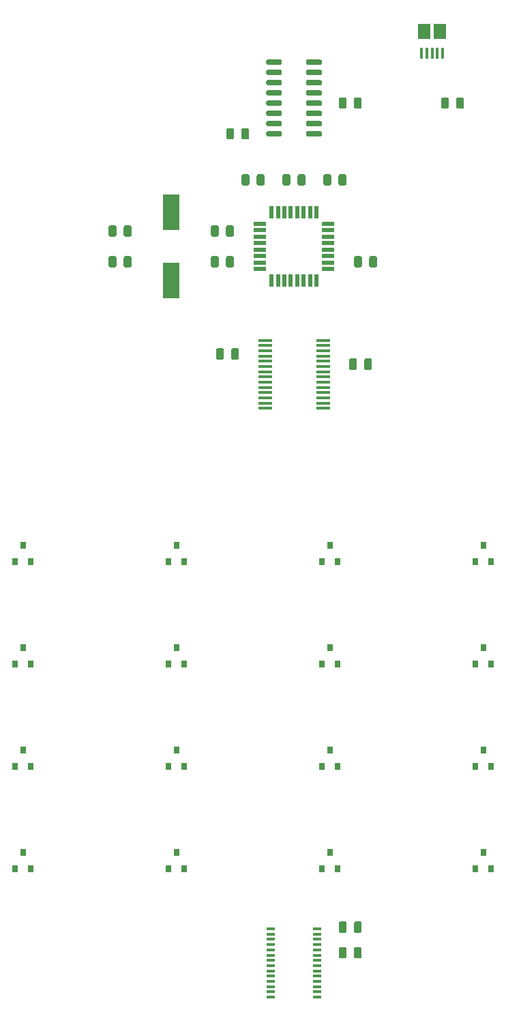
<source format=gbr>
G04 #@! TF.GenerationSoftware,KiCad,Pcbnew,(5.1.5-0-10_14)*
G04 #@! TF.CreationDate,2020-07-04T20:20:26+02:00*
G04 #@! TF.ProjectId,controller,636f6e74-726f-46c6-9c65-722e6b696361,rev?*
G04 #@! TF.SameCoordinates,Original*
G04 #@! TF.FileFunction,Paste,Top*
G04 #@! TF.FilePolarity,Positive*
%FSLAX46Y46*%
G04 Gerber Fmt 4.6, Leading zero omitted, Abs format (unit mm)*
G04 Created by KiCad (PCBNEW (5.1.5-0-10_14)) date 2020-07-04 20:20:26*
%MOMM*%
%LPD*%
G04 APERTURE LIST*
%ADD10R,0.550000X1.600000*%
%ADD11R,1.600000X0.550000*%
%ADD12C,0.100000*%
%ADD13R,1.500000X1.900000*%
%ADD14R,0.400000X1.350000*%
%ADD15R,1.100000X0.400000*%
%ADD16R,0.800000X0.900000*%
%ADD17R,2.000000X4.500000*%
%ADD18R,1.750000X0.450000*%
G04 APERTURE END LIST*
D10*
X126740000Y-73855000D03*
X127540000Y-73855000D03*
X128340000Y-73855000D03*
X129140000Y-73855000D03*
X129940000Y-73855000D03*
X130740000Y-73855000D03*
X131540000Y-73855000D03*
X132340000Y-73855000D03*
D11*
X133790000Y-75305000D03*
X133790000Y-76105000D03*
X133790000Y-76905000D03*
X133790000Y-77705000D03*
X133790000Y-78505000D03*
X133790000Y-79305000D03*
X133790000Y-80105000D03*
X133790000Y-80905000D03*
D10*
X132340000Y-82355000D03*
X131540000Y-82355000D03*
X130740000Y-82355000D03*
X129940000Y-82355000D03*
X129140000Y-82355000D03*
X128340000Y-82355000D03*
X127540000Y-82355000D03*
X126740000Y-82355000D03*
D11*
X125290000Y-80905000D03*
X125290000Y-80105000D03*
X125290000Y-79305000D03*
X125290000Y-78505000D03*
X125290000Y-77705000D03*
X125290000Y-76905000D03*
X125290000Y-76105000D03*
X125290000Y-75305000D03*
D12*
G36*
X135825142Y-69151174D02*
G01*
X135848803Y-69154684D01*
X135872007Y-69160496D01*
X135894529Y-69168554D01*
X135916153Y-69178782D01*
X135936670Y-69191079D01*
X135955883Y-69205329D01*
X135973607Y-69221393D01*
X135989671Y-69239117D01*
X136003921Y-69258330D01*
X136016218Y-69278847D01*
X136026446Y-69300471D01*
X136034504Y-69322993D01*
X136040316Y-69346197D01*
X136043826Y-69369858D01*
X136045000Y-69393750D01*
X136045000Y-70306250D01*
X136043826Y-70330142D01*
X136040316Y-70353803D01*
X136034504Y-70377007D01*
X136026446Y-70399529D01*
X136016218Y-70421153D01*
X136003921Y-70441670D01*
X135989671Y-70460883D01*
X135973607Y-70478607D01*
X135955883Y-70494671D01*
X135936670Y-70508921D01*
X135916153Y-70521218D01*
X135894529Y-70531446D01*
X135872007Y-70539504D01*
X135848803Y-70545316D01*
X135825142Y-70548826D01*
X135801250Y-70550000D01*
X135313750Y-70550000D01*
X135289858Y-70548826D01*
X135266197Y-70545316D01*
X135242993Y-70539504D01*
X135220471Y-70531446D01*
X135198847Y-70521218D01*
X135178330Y-70508921D01*
X135159117Y-70494671D01*
X135141393Y-70478607D01*
X135125329Y-70460883D01*
X135111079Y-70441670D01*
X135098782Y-70421153D01*
X135088554Y-70399529D01*
X135080496Y-70377007D01*
X135074684Y-70353803D01*
X135071174Y-70330142D01*
X135070000Y-70306250D01*
X135070000Y-69393750D01*
X135071174Y-69369858D01*
X135074684Y-69346197D01*
X135080496Y-69322993D01*
X135088554Y-69300471D01*
X135098782Y-69278847D01*
X135111079Y-69258330D01*
X135125329Y-69239117D01*
X135141393Y-69221393D01*
X135159117Y-69205329D01*
X135178330Y-69191079D01*
X135198847Y-69178782D01*
X135220471Y-69168554D01*
X135242993Y-69160496D01*
X135266197Y-69154684D01*
X135289858Y-69151174D01*
X135313750Y-69150000D01*
X135801250Y-69150000D01*
X135825142Y-69151174D01*
G37*
G36*
X133950142Y-69151174D02*
G01*
X133973803Y-69154684D01*
X133997007Y-69160496D01*
X134019529Y-69168554D01*
X134041153Y-69178782D01*
X134061670Y-69191079D01*
X134080883Y-69205329D01*
X134098607Y-69221393D01*
X134114671Y-69239117D01*
X134128921Y-69258330D01*
X134141218Y-69278847D01*
X134151446Y-69300471D01*
X134159504Y-69322993D01*
X134165316Y-69346197D01*
X134168826Y-69369858D01*
X134170000Y-69393750D01*
X134170000Y-70306250D01*
X134168826Y-70330142D01*
X134165316Y-70353803D01*
X134159504Y-70377007D01*
X134151446Y-70399529D01*
X134141218Y-70421153D01*
X134128921Y-70441670D01*
X134114671Y-70460883D01*
X134098607Y-70478607D01*
X134080883Y-70494671D01*
X134061670Y-70508921D01*
X134041153Y-70521218D01*
X134019529Y-70531446D01*
X133997007Y-70539504D01*
X133973803Y-70545316D01*
X133950142Y-70548826D01*
X133926250Y-70550000D01*
X133438750Y-70550000D01*
X133414858Y-70548826D01*
X133391197Y-70545316D01*
X133367993Y-70539504D01*
X133345471Y-70531446D01*
X133323847Y-70521218D01*
X133303330Y-70508921D01*
X133284117Y-70494671D01*
X133266393Y-70478607D01*
X133250329Y-70460883D01*
X133236079Y-70441670D01*
X133223782Y-70421153D01*
X133213554Y-70399529D01*
X133205496Y-70377007D01*
X133199684Y-70353803D01*
X133196174Y-70330142D01*
X133195000Y-70306250D01*
X133195000Y-69393750D01*
X133196174Y-69369858D01*
X133199684Y-69346197D01*
X133205496Y-69322993D01*
X133213554Y-69300471D01*
X133223782Y-69278847D01*
X133236079Y-69258330D01*
X133250329Y-69239117D01*
X133266393Y-69221393D01*
X133284117Y-69205329D01*
X133303330Y-69191079D01*
X133323847Y-69178782D01*
X133345471Y-69168554D01*
X133367993Y-69160496D01*
X133391197Y-69154684D01*
X133414858Y-69151174D01*
X133438750Y-69150000D01*
X133926250Y-69150000D01*
X133950142Y-69151174D01*
G37*
G36*
X128870142Y-69151174D02*
G01*
X128893803Y-69154684D01*
X128917007Y-69160496D01*
X128939529Y-69168554D01*
X128961153Y-69178782D01*
X128981670Y-69191079D01*
X129000883Y-69205329D01*
X129018607Y-69221393D01*
X129034671Y-69239117D01*
X129048921Y-69258330D01*
X129061218Y-69278847D01*
X129071446Y-69300471D01*
X129079504Y-69322993D01*
X129085316Y-69346197D01*
X129088826Y-69369858D01*
X129090000Y-69393750D01*
X129090000Y-70306250D01*
X129088826Y-70330142D01*
X129085316Y-70353803D01*
X129079504Y-70377007D01*
X129071446Y-70399529D01*
X129061218Y-70421153D01*
X129048921Y-70441670D01*
X129034671Y-70460883D01*
X129018607Y-70478607D01*
X129000883Y-70494671D01*
X128981670Y-70508921D01*
X128961153Y-70521218D01*
X128939529Y-70531446D01*
X128917007Y-70539504D01*
X128893803Y-70545316D01*
X128870142Y-70548826D01*
X128846250Y-70550000D01*
X128358750Y-70550000D01*
X128334858Y-70548826D01*
X128311197Y-70545316D01*
X128287993Y-70539504D01*
X128265471Y-70531446D01*
X128243847Y-70521218D01*
X128223330Y-70508921D01*
X128204117Y-70494671D01*
X128186393Y-70478607D01*
X128170329Y-70460883D01*
X128156079Y-70441670D01*
X128143782Y-70421153D01*
X128133554Y-70399529D01*
X128125496Y-70377007D01*
X128119684Y-70353803D01*
X128116174Y-70330142D01*
X128115000Y-70306250D01*
X128115000Y-69393750D01*
X128116174Y-69369858D01*
X128119684Y-69346197D01*
X128125496Y-69322993D01*
X128133554Y-69300471D01*
X128143782Y-69278847D01*
X128156079Y-69258330D01*
X128170329Y-69239117D01*
X128186393Y-69221393D01*
X128204117Y-69205329D01*
X128223330Y-69191079D01*
X128243847Y-69178782D01*
X128265471Y-69168554D01*
X128287993Y-69160496D01*
X128311197Y-69154684D01*
X128334858Y-69151174D01*
X128358750Y-69150000D01*
X128846250Y-69150000D01*
X128870142Y-69151174D01*
G37*
G36*
X130745142Y-69151174D02*
G01*
X130768803Y-69154684D01*
X130792007Y-69160496D01*
X130814529Y-69168554D01*
X130836153Y-69178782D01*
X130856670Y-69191079D01*
X130875883Y-69205329D01*
X130893607Y-69221393D01*
X130909671Y-69239117D01*
X130923921Y-69258330D01*
X130936218Y-69278847D01*
X130946446Y-69300471D01*
X130954504Y-69322993D01*
X130960316Y-69346197D01*
X130963826Y-69369858D01*
X130965000Y-69393750D01*
X130965000Y-70306250D01*
X130963826Y-70330142D01*
X130960316Y-70353803D01*
X130954504Y-70377007D01*
X130946446Y-70399529D01*
X130936218Y-70421153D01*
X130923921Y-70441670D01*
X130909671Y-70460883D01*
X130893607Y-70478607D01*
X130875883Y-70494671D01*
X130856670Y-70508921D01*
X130836153Y-70521218D01*
X130814529Y-70531446D01*
X130792007Y-70539504D01*
X130768803Y-70545316D01*
X130745142Y-70548826D01*
X130721250Y-70550000D01*
X130233750Y-70550000D01*
X130209858Y-70548826D01*
X130186197Y-70545316D01*
X130162993Y-70539504D01*
X130140471Y-70531446D01*
X130118847Y-70521218D01*
X130098330Y-70508921D01*
X130079117Y-70494671D01*
X130061393Y-70478607D01*
X130045329Y-70460883D01*
X130031079Y-70441670D01*
X130018782Y-70421153D01*
X130008554Y-70399529D01*
X130000496Y-70377007D01*
X129994684Y-70353803D01*
X129991174Y-70330142D01*
X129990000Y-70306250D01*
X129990000Y-69393750D01*
X129991174Y-69369858D01*
X129994684Y-69346197D01*
X130000496Y-69322993D01*
X130008554Y-69300471D01*
X130018782Y-69278847D01*
X130031079Y-69258330D01*
X130045329Y-69239117D01*
X130061393Y-69221393D01*
X130079117Y-69205329D01*
X130098330Y-69191079D01*
X130118847Y-69178782D01*
X130140471Y-69168554D01*
X130162993Y-69160496D01*
X130186197Y-69154684D01*
X130209858Y-69151174D01*
X130233750Y-69150000D01*
X130721250Y-69150000D01*
X130745142Y-69151174D01*
G37*
D13*
X147685000Y-51467500D03*
D14*
X146685000Y-54167500D03*
X146035000Y-54167500D03*
X145385000Y-54167500D03*
X147985000Y-54167500D03*
X147335000Y-54167500D03*
D13*
X145685000Y-51467500D03*
D12*
G36*
X137730142Y-165036174D02*
G01*
X137753803Y-165039684D01*
X137777007Y-165045496D01*
X137799529Y-165053554D01*
X137821153Y-165063782D01*
X137841670Y-165076079D01*
X137860883Y-165090329D01*
X137878607Y-165106393D01*
X137894671Y-165124117D01*
X137908921Y-165143330D01*
X137921218Y-165163847D01*
X137931446Y-165185471D01*
X137939504Y-165207993D01*
X137945316Y-165231197D01*
X137948826Y-165254858D01*
X137950000Y-165278750D01*
X137950000Y-166191250D01*
X137948826Y-166215142D01*
X137945316Y-166238803D01*
X137939504Y-166262007D01*
X137931446Y-166284529D01*
X137921218Y-166306153D01*
X137908921Y-166326670D01*
X137894671Y-166345883D01*
X137878607Y-166363607D01*
X137860883Y-166379671D01*
X137841670Y-166393921D01*
X137821153Y-166406218D01*
X137799529Y-166416446D01*
X137777007Y-166424504D01*
X137753803Y-166430316D01*
X137730142Y-166433826D01*
X137706250Y-166435000D01*
X137218750Y-166435000D01*
X137194858Y-166433826D01*
X137171197Y-166430316D01*
X137147993Y-166424504D01*
X137125471Y-166416446D01*
X137103847Y-166406218D01*
X137083330Y-166393921D01*
X137064117Y-166379671D01*
X137046393Y-166363607D01*
X137030329Y-166345883D01*
X137016079Y-166326670D01*
X137003782Y-166306153D01*
X136993554Y-166284529D01*
X136985496Y-166262007D01*
X136979684Y-166238803D01*
X136976174Y-166215142D01*
X136975000Y-166191250D01*
X136975000Y-165278750D01*
X136976174Y-165254858D01*
X136979684Y-165231197D01*
X136985496Y-165207993D01*
X136993554Y-165185471D01*
X137003782Y-165163847D01*
X137016079Y-165143330D01*
X137030329Y-165124117D01*
X137046393Y-165106393D01*
X137064117Y-165090329D01*
X137083330Y-165076079D01*
X137103847Y-165063782D01*
X137125471Y-165053554D01*
X137147993Y-165045496D01*
X137171197Y-165039684D01*
X137194858Y-165036174D01*
X137218750Y-165035000D01*
X137706250Y-165035000D01*
X137730142Y-165036174D01*
G37*
G36*
X135855142Y-165036174D02*
G01*
X135878803Y-165039684D01*
X135902007Y-165045496D01*
X135924529Y-165053554D01*
X135946153Y-165063782D01*
X135966670Y-165076079D01*
X135985883Y-165090329D01*
X136003607Y-165106393D01*
X136019671Y-165124117D01*
X136033921Y-165143330D01*
X136046218Y-165163847D01*
X136056446Y-165185471D01*
X136064504Y-165207993D01*
X136070316Y-165231197D01*
X136073826Y-165254858D01*
X136075000Y-165278750D01*
X136075000Y-166191250D01*
X136073826Y-166215142D01*
X136070316Y-166238803D01*
X136064504Y-166262007D01*
X136056446Y-166284529D01*
X136046218Y-166306153D01*
X136033921Y-166326670D01*
X136019671Y-166345883D01*
X136003607Y-166363607D01*
X135985883Y-166379671D01*
X135966670Y-166393921D01*
X135946153Y-166406218D01*
X135924529Y-166416446D01*
X135902007Y-166424504D01*
X135878803Y-166430316D01*
X135855142Y-166433826D01*
X135831250Y-166435000D01*
X135343750Y-166435000D01*
X135319858Y-166433826D01*
X135296197Y-166430316D01*
X135272993Y-166424504D01*
X135250471Y-166416446D01*
X135228847Y-166406218D01*
X135208330Y-166393921D01*
X135189117Y-166379671D01*
X135171393Y-166363607D01*
X135155329Y-166345883D01*
X135141079Y-166326670D01*
X135128782Y-166306153D01*
X135118554Y-166284529D01*
X135110496Y-166262007D01*
X135104684Y-166238803D01*
X135101174Y-166215142D01*
X135100000Y-166191250D01*
X135100000Y-165278750D01*
X135101174Y-165254858D01*
X135104684Y-165231197D01*
X135110496Y-165207993D01*
X135118554Y-165185471D01*
X135128782Y-165163847D01*
X135141079Y-165143330D01*
X135155329Y-165124117D01*
X135171393Y-165106393D01*
X135189117Y-165090329D01*
X135208330Y-165076079D01*
X135228847Y-165063782D01*
X135250471Y-165053554D01*
X135272993Y-165045496D01*
X135296197Y-165039684D01*
X135319858Y-165036174D01*
X135343750Y-165035000D01*
X135831250Y-165035000D01*
X135855142Y-165036174D01*
G37*
G36*
X137730142Y-161861174D02*
G01*
X137753803Y-161864684D01*
X137777007Y-161870496D01*
X137799529Y-161878554D01*
X137821153Y-161888782D01*
X137841670Y-161901079D01*
X137860883Y-161915329D01*
X137878607Y-161931393D01*
X137894671Y-161949117D01*
X137908921Y-161968330D01*
X137921218Y-161988847D01*
X137931446Y-162010471D01*
X137939504Y-162032993D01*
X137945316Y-162056197D01*
X137948826Y-162079858D01*
X137950000Y-162103750D01*
X137950000Y-163016250D01*
X137948826Y-163040142D01*
X137945316Y-163063803D01*
X137939504Y-163087007D01*
X137931446Y-163109529D01*
X137921218Y-163131153D01*
X137908921Y-163151670D01*
X137894671Y-163170883D01*
X137878607Y-163188607D01*
X137860883Y-163204671D01*
X137841670Y-163218921D01*
X137821153Y-163231218D01*
X137799529Y-163241446D01*
X137777007Y-163249504D01*
X137753803Y-163255316D01*
X137730142Y-163258826D01*
X137706250Y-163260000D01*
X137218750Y-163260000D01*
X137194858Y-163258826D01*
X137171197Y-163255316D01*
X137147993Y-163249504D01*
X137125471Y-163241446D01*
X137103847Y-163231218D01*
X137083330Y-163218921D01*
X137064117Y-163204671D01*
X137046393Y-163188607D01*
X137030329Y-163170883D01*
X137016079Y-163151670D01*
X137003782Y-163131153D01*
X136993554Y-163109529D01*
X136985496Y-163087007D01*
X136979684Y-163063803D01*
X136976174Y-163040142D01*
X136975000Y-163016250D01*
X136975000Y-162103750D01*
X136976174Y-162079858D01*
X136979684Y-162056197D01*
X136985496Y-162032993D01*
X136993554Y-162010471D01*
X137003782Y-161988847D01*
X137016079Y-161968330D01*
X137030329Y-161949117D01*
X137046393Y-161931393D01*
X137064117Y-161915329D01*
X137083330Y-161901079D01*
X137103847Y-161888782D01*
X137125471Y-161878554D01*
X137147993Y-161870496D01*
X137171197Y-161864684D01*
X137194858Y-161861174D01*
X137218750Y-161860000D01*
X137706250Y-161860000D01*
X137730142Y-161861174D01*
G37*
G36*
X135855142Y-161861174D02*
G01*
X135878803Y-161864684D01*
X135902007Y-161870496D01*
X135924529Y-161878554D01*
X135946153Y-161888782D01*
X135966670Y-161901079D01*
X135985883Y-161915329D01*
X136003607Y-161931393D01*
X136019671Y-161949117D01*
X136033921Y-161968330D01*
X136046218Y-161988847D01*
X136056446Y-162010471D01*
X136064504Y-162032993D01*
X136070316Y-162056197D01*
X136073826Y-162079858D01*
X136075000Y-162103750D01*
X136075000Y-163016250D01*
X136073826Y-163040142D01*
X136070316Y-163063803D01*
X136064504Y-163087007D01*
X136056446Y-163109529D01*
X136046218Y-163131153D01*
X136033921Y-163151670D01*
X136019671Y-163170883D01*
X136003607Y-163188607D01*
X135985883Y-163204671D01*
X135966670Y-163218921D01*
X135946153Y-163231218D01*
X135924529Y-163241446D01*
X135902007Y-163249504D01*
X135878803Y-163255316D01*
X135855142Y-163258826D01*
X135831250Y-163260000D01*
X135343750Y-163260000D01*
X135319858Y-163258826D01*
X135296197Y-163255316D01*
X135272993Y-163249504D01*
X135250471Y-163241446D01*
X135228847Y-163231218D01*
X135208330Y-163218921D01*
X135189117Y-163204671D01*
X135171393Y-163188607D01*
X135155329Y-163170883D01*
X135141079Y-163151670D01*
X135128782Y-163131153D01*
X135118554Y-163109529D01*
X135110496Y-163087007D01*
X135104684Y-163063803D01*
X135101174Y-163040142D01*
X135100000Y-163016250D01*
X135100000Y-162103750D01*
X135101174Y-162079858D01*
X135104684Y-162056197D01*
X135110496Y-162032993D01*
X135118554Y-162010471D01*
X135128782Y-161988847D01*
X135141079Y-161968330D01*
X135155329Y-161949117D01*
X135171393Y-161931393D01*
X135189117Y-161915329D01*
X135208330Y-161901079D01*
X135228847Y-161888782D01*
X135250471Y-161878554D01*
X135272993Y-161870496D01*
X135296197Y-161864684D01*
X135319858Y-161861174D01*
X135343750Y-161860000D01*
X135831250Y-161860000D01*
X135855142Y-161861174D01*
G37*
D15*
X132390000Y-162780000D03*
X132390000Y-163430000D03*
X132390000Y-164080000D03*
X132390000Y-164730000D03*
X132390000Y-165380000D03*
X132390000Y-166030000D03*
X132390000Y-166680000D03*
X132390000Y-167330000D03*
X132390000Y-167980000D03*
X132390000Y-168630000D03*
X132390000Y-169280000D03*
X132390000Y-169930000D03*
X132390000Y-170580000D03*
X132390000Y-171230000D03*
X126690000Y-171230000D03*
X126690000Y-170580000D03*
X126690000Y-169930000D03*
X126690000Y-169280000D03*
X126690000Y-168630000D03*
X126690000Y-167980000D03*
X126690000Y-167330000D03*
X126690000Y-166680000D03*
X126690000Y-166030000D03*
X126690000Y-165380000D03*
X126690000Y-164730000D03*
X126690000Y-164080000D03*
X126690000Y-163430000D03*
X126690000Y-162780000D03*
D16*
X153035000Y-115205000D03*
X153985000Y-117205000D03*
X152085000Y-117205000D03*
X153035000Y-127905000D03*
X153985000Y-129905000D03*
X152085000Y-129905000D03*
X153035000Y-140605000D03*
X153985000Y-142605000D03*
X152085000Y-142605000D03*
X153035000Y-153305000D03*
X153985000Y-155305000D03*
X152085000Y-155305000D03*
X133985000Y-153305000D03*
X134935000Y-155305000D03*
X133035000Y-155305000D03*
X133985000Y-140605000D03*
X134935000Y-142605000D03*
X133035000Y-142605000D03*
X133985000Y-127905000D03*
X134935000Y-129905000D03*
X133035000Y-129905000D03*
X133985000Y-115205000D03*
X134935000Y-117205000D03*
X133035000Y-117205000D03*
X114935000Y-153305000D03*
X115885000Y-155305000D03*
X113985000Y-155305000D03*
X114935000Y-140605000D03*
X115885000Y-142605000D03*
X113985000Y-142605000D03*
X114935000Y-127905000D03*
X115885000Y-129905000D03*
X113985000Y-129905000D03*
X114935000Y-115205000D03*
X115885000Y-117205000D03*
X113985000Y-117205000D03*
X95885000Y-115205000D03*
X96835000Y-117205000D03*
X94935000Y-117205000D03*
X95885000Y-127905000D03*
X96835000Y-129905000D03*
X94935000Y-129905000D03*
X95885000Y-140605000D03*
X96835000Y-142605000D03*
X94935000Y-142605000D03*
D12*
G36*
X107280142Y-79311174D02*
G01*
X107303803Y-79314684D01*
X107327007Y-79320496D01*
X107349529Y-79328554D01*
X107371153Y-79338782D01*
X107391670Y-79351079D01*
X107410883Y-79365329D01*
X107428607Y-79381393D01*
X107444671Y-79399117D01*
X107458921Y-79418330D01*
X107471218Y-79438847D01*
X107481446Y-79460471D01*
X107489504Y-79482993D01*
X107495316Y-79506197D01*
X107498826Y-79529858D01*
X107500000Y-79553750D01*
X107500000Y-80466250D01*
X107498826Y-80490142D01*
X107495316Y-80513803D01*
X107489504Y-80537007D01*
X107481446Y-80559529D01*
X107471218Y-80581153D01*
X107458921Y-80601670D01*
X107444671Y-80620883D01*
X107428607Y-80638607D01*
X107410883Y-80654671D01*
X107391670Y-80668921D01*
X107371153Y-80681218D01*
X107349529Y-80691446D01*
X107327007Y-80699504D01*
X107303803Y-80705316D01*
X107280142Y-80708826D01*
X107256250Y-80710000D01*
X106768750Y-80710000D01*
X106744858Y-80708826D01*
X106721197Y-80705316D01*
X106697993Y-80699504D01*
X106675471Y-80691446D01*
X106653847Y-80681218D01*
X106633330Y-80668921D01*
X106614117Y-80654671D01*
X106596393Y-80638607D01*
X106580329Y-80620883D01*
X106566079Y-80601670D01*
X106553782Y-80581153D01*
X106543554Y-80559529D01*
X106535496Y-80537007D01*
X106529684Y-80513803D01*
X106526174Y-80490142D01*
X106525000Y-80466250D01*
X106525000Y-79553750D01*
X106526174Y-79529858D01*
X106529684Y-79506197D01*
X106535496Y-79482993D01*
X106543554Y-79460471D01*
X106553782Y-79438847D01*
X106566079Y-79418330D01*
X106580329Y-79399117D01*
X106596393Y-79381393D01*
X106614117Y-79365329D01*
X106633330Y-79351079D01*
X106653847Y-79338782D01*
X106675471Y-79328554D01*
X106697993Y-79320496D01*
X106721197Y-79314684D01*
X106744858Y-79311174D01*
X106768750Y-79310000D01*
X107256250Y-79310000D01*
X107280142Y-79311174D01*
G37*
G36*
X109155142Y-79311174D02*
G01*
X109178803Y-79314684D01*
X109202007Y-79320496D01*
X109224529Y-79328554D01*
X109246153Y-79338782D01*
X109266670Y-79351079D01*
X109285883Y-79365329D01*
X109303607Y-79381393D01*
X109319671Y-79399117D01*
X109333921Y-79418330D01*
X109346218Y-79438847D01*
X109356446Y-79460471D01*
X109364504Y-79482993D01*
X109370316Y-79506197D01*
X109373826Y-79529858D01*
X109375000Y-79553750D01*
X109375000Y-80466250D01*
X109373826Y-80490142D01*
X109370316Y-80513803D01*
X109364504Y-80537007D01*
X109356446Y-80559529D01*
X109346218Y-80581153D01*
X109333921Y-80601670D01*
X109319671Y-80620883D01*
X109303607Y-80638607D01*
X109285883Y-80654671D01*
X109266670Y-80668921D01*
X109246153Y-80681218D01*
X109224529Y-80691446D01*
X109202007Y-80699504D01*
X109178803Y-80705316D01*
X109155142Y-80708826D01*
X109131250Y-80710000D01*
X108643750Y-80710000D01*
X108619858Y-80708826D01*
X108596197Y-80705316D01*
X108572993Y-80699504D01*
X108550471Y-80691446D01*
X108528847Y-80681218D01*
X108508330Y-80668921D01*
X108489117Y-80654671D01*
X108471393Y-80638607D01*
X108455329Y-80620883D01*
X108441079Y-80601670D01*
X108428782Y-80581153D01*
X108418554Y-80559529D01*
X108410496Y-80537007D01*
X108404684Y-80513803D01*
X108401174Y-80490142D01*
X108400000Y-80466250D01*
X108400000Y-79553750D01*
X108401174Y-79529858D01*
X108404684Y-79506197D01*
X108410496Y-79482993D01*
X108418554Y-79460471D01*
X108428782Y-79438847D01*
X108441079Y-79418330D01*
X108455329Y-79399117D01*
X108471393Y-79381393D01*
X108489117Y-79365329D01*
X108508330Y-79351079D01*
X108528847Y-79338782D01*
X108550471Y-79328554D01*
X108572993Y-79320496D01*
X108596197Y-79314684D01*
X108619858Y-79311174D01*
X108643750Y-79310000D01*
X109131250Y-79310000D01*
X109155142Y-79311174D01*
G37*
G36*
X107280142Y-75501174D02*
G01*
X107303803Y-75504684D01*
X107327007Y-75510496D01*
X107349529Y-75518554D01*
X107371153Y-75528782D01*
X107391670Y-75541079D01*
X107410883Y-75555329D01*
X107428607Y-75571393D01*
X107444671Y-75589117D01*
X107458921Y-75608330D01*
X107471218Y-75628847D01*
X107481446Y-75650471D01*
X107489504Y-75672993D01*
X107495316Y-75696197D01*
X107498826Y-75719858D01*
X107500000Y-75743750D01*
X107500000Y-76656250D01*
X107498826Y-76680142D01*
X107495316Y-76703803D01*
X107489504Y-76727007D01*
X107481446Y-76749529D01*
X107471218Y-76771153D01*
X107458921Y-76791670D01*
X107444671Y-76810883D01*
X107428607Y-76828607D01*
X107410883Y-76844671D01*
X107391670Y-76858921D01*
X107371153Y-76871218D01*
X107349529Y-76881446D01*
X107327007Y-76889504D01*
X107303803Y-76895316D01*
X107280142Y-76898826D01*
X107256250Y-76900000D01*
X106768750Y-76900000D01*
X106744858Y-76898826D01*
X106721197Y-76895316D01*
X106697993Y-76889504D01*
X106675471Y-76881446D01*
X106653847Y-76871218D01*
X106633330Y-76858921D01*
X106614117Y-76844671D01*
X106596393Y-76828607D01*
X106580329Y-76810883D01*
X106566079Y-76791670D01*
X106553782Y-76771153D01*
X106543554Y-76749529D01*
X106535496Y-76727007D01*
X106529684Y-76703803D01*
X106526174Y-76680142D01*
X106525000Y-76656250D01*
X106525000Y-75743750D01*
X106526174Y-75719858D01*
X106529684Y-75696197D01*
X106535496Y-75672993D01*
X106543554Y-75650471D01*
X106553782Y-75628847D01*
X106566079Y-75608330D01*
X106580329Y-75589117D01*
X106596393Y-75571393D01*
X106614117Y-75555329D01*
X106633330Y-75541079D01*
X106653847Y-75528782D01*
X106675471Y-75518554D01*
X106697993Y-75510496D01*
X106721197Y-75504684D01*
X106744858Y-75501174D01*
X106768750Y-75500000D01*
X107256250Y-75500000D01*
X107280142Y-75501174D01*
G37*
G36*
X109155142Y-75501174D02*
G01*
X109178803Y-75504684D01*
X109202007Y-75510496D01*
X109224529Y-75518554D01*
X109246153Y-75528782D01*
X109266670Y-75541079D01*
X109285883Y-75555329D01*
X109303607Y-75571393D01*
X109319671Y-75589117D01*
X109333921Y-75608330D01*
X109346218Y-75628847D01*
X109356446Y-75650471D01*
X109364504Y-75672993D01*
X109370316Y-75696197D01*
X109373826Y-75719858D01*
X109375000Y-75743750D01*
X109375000Y-76656250D01*
X109373826Y-76680142D01*
X109370316Y-76703803D01*
X109364504Y-76727007D01*
X109356446Y-76749529D01*
X109346218Y-76771153D01*
X109333921Y-76791670D01*
X109319671Y-76810883D01*
X109303607Y-76828607D01*
X109285883Y-76844671D01*
X109266670Y-76858921D01*
X109246153Y-76871218D01*
X109224529Y-76881446D01*
X109202007Y-76889504D01*
X109178803Y-76895316D01*
X109155142Y-76898826D01*
X109131250Y-76900000D01*
X108643750Y-76900000D01*
X108619858Y-76898826D01*
X108596197Y-76895316D01*
X108572993Y-76889504D01*
X108550471Y-76881446D01*
X108528847Y-76871218D01*
X108508330Y-76858921D01*
X108489117Y-76844671D01*
X108471393Y-76828607D01*
X108455329Y-76810883D01*
X108441079Y-76791670D01*
X108428782Y-76771153D01*
X108418554Y-76749529D01*
X108410496Y-76727007D01*
X108404684Y-76703803D01*
X108401174Y-76680142D01*
X108400000Y-76656250D01*
X108400000Y-75743750D01*
X108401174Y-75719858D01*
X108404684Y-75696197D01*
X108410496Y-75672993D01*
X108418554Y-75650471D01*
X108428782Y-75628847D01*
X108441079Y-75608330D01*
X108455329Y-75589117D01*
X108471393Y-75571393D01*
X108489117Y-75555329D01*
X108508330Y-75541079D01*
X108528847Y-75528782D01*
X108550471Y-75518554D01*
X108572993Y-75510496D01*
X108596197Y-75504684D01*
X108619858Y-75501174D01*
X108643750Y-75500000D01*
X109131250Y-75500000D01*
X109155142Y-75501174D01*
G37*
D17*
X114300000Y-73855000D03*
X114300000Y-82355000D03*
D18*
X125940000Y-98205000D03*
X125940000Y-97555000D03*
X125940000Y-96905000D03*
X125940000Y-96255000D03*
X125940000Y-95605000D03*
X125940000Y-94955000D03*
X125940000Y-94305000D03*
X125940000Y-93655000D03*
X125940000Y-93005000D03*
X125940000Y-92355000D03*
X125940000Y-91705000D03*
X125940000Y-91055000D03*
X125940000Y-90405000D03*
X125940000Y-89755000D03*
X133140000Y-89755000D03*
X133140000Y-90405000D03*
X133140000Y-91055000D03*
X133140000Y-91705000D03*
X133140000Y-92355000D03*
X133140000Y-93005000D03*
X133140000Y-93655000D03*
X133140000Y-94305000D03*
X133140000Y-94955000D03*
X133140000Y-95605000D03*
X133140000Y-96255000D03*
X133140000Y-96905000D03*
X133140000Y-97555000D03*
X133140000Y-98205000D03*
D12*
G36*
X127904703Y-63835722D02*
G01*
X127919264Y-63837882D01*
X127933543Y-63841459D01*
X127947403Y-63846418D01*
X127960710Y-63852712D01*
X127973336Y-63860280D01*
X127985159Y-63869048D01*
X127996066Y-63878934D01*
X128005952Y-63889841D01*
X128014720Y-63901664D01*
X128022288Y-63914290D01*
X128028582Y-63927597D01*
X128033541Y-63941457D01*
X128037118Y-63955736D01*
X128039278Y-63970297D01*
X128040000Y-63985000D01*
X128040000Y-64285000D01*
X128039278Y-64299703D01*
X128037118Y-64314264D01*
X128033541Y-64328543D01*
X128028582Y-64342403D01*
X128022288Y-64355710D01*
X128014720Y-64368336D01*
X128005952Y-64380159D01*
X127996066Y-64391066D01*
X127985159Y-64400952D01*
X127973336Y-64409720D01*
X127960710Y-64417288D01*
X127947403Y-64423582D01*
X127933543Y-64428541D01*
X127919264Y-64432118D01*
X127904703Y-64434278D01*
X127890000Y-64435000D01*
X126240000Y-64435000D01*
X126225297Y-64434278D01*
X126210736Y-64432118D01*
X126196457Y-64428541D01*
X126182597Y-64423582D01*
X126169290Y-64417288D01*
X126156664Y-64409720D01*
X126144841Y-64400952D01*
X126133934Y-64391066D01*
X126124048Y-64380159D01*
X126115280Y-64368336D01*
X126107712Y-64355710D01*
X126101418Y-64342403D01*
X126096459Y-64328543D01*
X126092882Y-64314264D01*
X126090722Y-64299703D01*
X126090000Y-64285000D01*
X126090000Y-63985000D01*
X126090722Y-63970297D01*
X126092882Y-63955736D01*
X126096459Y-63941457D01*
X126101418Y-63927597D01*
X126107712Y-63914290D01*
X126115280Y-63901664D01*
X126124048Y-63889841D01*
X126133934Y-63878934D01*
X126144841Y-63869048D01*
X126156664Y-63860280D01*
X126169290Y-63852712D01*
X126182597Y-63846418D01*
X126196457Y-63841459D01*
X126210736Y-63837882D01*
X126225297Y-63835722D01*
X126240000Y-63835000D01*
X127890000Y-63835000D01*
X127904703Y-63835722D01*
G37*
G36*
X127904703Y-62565722D02*
G01*
X127919264Y-62567882D01*
X127933543Y-62571459D01*
X127947403Y-62576418D01*
X127960710Y-62582712D01*
X127973336Y-62590280D01*
X127985159Y-62599048D01*
X127996066Y-62608934D01*
X128005952Y-62619841D01*
X128014720Y-62631664D01*
X128022288Y-62644290D01*
X128028582Y-62657597D01*
X128033541Y-62671457D01*
X128037118Y-62685736D01*
X128039278Y-62700297D01*
X128040000Y-62715000D01*
X128040000Y-63015000D01*
X128039278Y-63029703D01*
X128037118Y-63044264D01*
X128033541Y-63058543D01*
X128028582Y-63072403D01*
X128022288Y-63085710D01*
X128014720Y-63098336D01*
X128005952Y-63110159D01*
X127996066Y-63121066D01*
X127985159Y-63130952D01*
X127973336Y-63139720D01*
X127960710Y-63147288D01*
X127947403Y-63153582D01*
X127933543Y-63158541D01*
X127919264Y-63162118D01*
X127904703Y-63164278D01*
X127890000Y-63165000D01*
X126240000Y-63165000D01*
X126225297Y-63164278D01*
X126210736Y-63162118D01*
X126196457Y-63158541D01*
X126182597Y-63153582D01*
X126169290Y-63147288D01*
X126156664Y-63139720D01*
X126144841Y-63130952D01*
X126133934Y-63121066D01*
X126124048Y-63110159D01*
X126115280Y-63098336D01*
X126107712Y-63085710D01*
X126101418Y-63072403D01*
X126096459Y-63058543D01*
X126092882Y-63044264D01*
X126090722Y-63029703D01*
X126090000Y-63015000D01*
X126090000Y-62715000D01*
X126090722Y-62700297D01*
X126092882Y-62685736D01*
X126096459Y-62671457D01*
X126101418Y-62657597D01*
X126107712Y-62644290D01*
X126115280Y-62631664D01*
X126124048Y-62619841D01*
X126133934Y-62608934D01*
X126144841Y-62599048D01*
X126156664Y-62590280D01*
X126169290Y-62582712D01*
X126182597Y-62576418D01*
X126196457Y-62571459D01*
X126210736Y-62567882D01*
X126225297Y-62565722D01*
X126240000Y-62565000D01*
X127890000Y-62565000D01*
X127904703Y-62565722D01*
G37*
G36*
X127904703Y-61295722D02*
G01*
X127919264Y-61297882D01*
X127933543Y-61301459D01*
X127947403Y-61306418D01*
X127960710Y-61312712D01*
X127973336Y-61320280D01*
X127985159Y-61329048D01*
X127996066Y-61338934D01*
X128005952Y-61349841D01*
X128014720Y-61361664D01*
X128022288Y-61374290D01*
X128028582Y-61387597D01*
X128033541Y-61401457D01*
X128037118Y-61415736D01*
X128039278Y-61430297D01*
X128040000Y-61445000D01*
X128040000Y-61745000D01*
X128039278Y-61759703D01*
X128037118Y-61774264D01*
X128033541Y-61788543D01*
X128028582Y-61802403D01*
X128022288Y-61815710D01*
X128014720Y-61828336D01*
X128005952Y-61840159D01*
X127996066Y-61851066D01*
X127985159Y-61860952D01*
X127973336Y-61869720D01*
X127960710Y-61877288D01*
X127947403Y-61883582D01*
X127933543Y-61888541D01*
X127919264Y-61892118D01*
X127904703Y-61894278D01*
X127890000Y-61895000D01*
X126240000Y-61895000D01*
X126225297Y-61894278D01*
X126210736Y-61892118D01*
X126196457Y-61888541D01*
X126182597Y-61883582D01*
X126169290Y-61877288D01*
X126156664Y-61869720D01*
X126144841Y-61860952D01*
X126133934Y-61851066D01*
X126124048Y-61840159D01*
X126115280Y-61828336D01*
X126107712Y-61815710D01*
X126101418Y-61802403D01*
X126096459Y-61788543D01*
X126092882Y-61774264D01*
X126090722Y-61759703D01*
X126090000Y-61745000D01*
X126090000Y-61445000D01*
X126090722Y-61430297D01*
X126092882Y-61415736D01*
X126096459Y-61401457D01*
X126101418Y-61387597D01*
X126107712Y-61374290D01*
X126115280Y-61361664D01*
X126124048Y-61349841D01*
X126133934Y-61338934D01*
X126144841Y-61329048D01*
X126156664Y-61320280D01*
X126169290Y-61312712D01*
X126182597Y-61306418D01*
X126196457Y-61301459D01*
X126210736Y-61297882D01*
X126225297Y-61295722D01*
X126240000Y-61295000D01*
X127890000Y-61295000D01*
X127904703Y-61295722D01*
G37*
G36*
X127904703Y-60025722D02*
G01*
X127919264Y-60027882D01*
X127933543Y-60031459D01*
X127947403Y-60036418D01*
X127960710Y-60042712D01*
X127973336Y-60050280D01*
X127985159Y-60059048D01*
X127996066Y-60068934D01*
X128005952Y-60079841D01*
X128014720Y-60091664D01*
X128022288Y-60104290D01*
X128028582Y-60117597D01*
X128033541Y-60131457D01*
X128037118Y-60145736D01*
X128039278Y-60160297D01*
X128040000Y-60175000D01*
X128040000Y-60475000D01*
X128039278Y-60489703D01*
X128037118Y-60504264D01*
X128033541Y-60518543D01*
X128028582Y-60532403D01*
X128022288Y-60545710D01*
X128014720Y-60558336D01*
X128005952Y-60570159D01*
X127996066Y-60581066D01*
X127985159Y-60590952D01*
X127973336Y-60599720D01*
X127960710Y-60607288D01*
X127947403Y-60613582D01*
X127933543Y-60618541D01*
X127919264Y-60622118D01*
X127904703Y-60624278D01*
X127890000Y-60625000D01*
X126240000Y-60625000D01*
X126225297Y-60624278D01*
X126210736Y-60622118D01*
X126196457Y-60618541D01*
X126182597Y-60613582D01*
X126169290Y-60607288D01*
X126156664Y-60599720D01*
X126144841Y-60590952D01*
X126133934Y-60581066D01*
X126124048Y-60570159D01*
X126115280Y-60558336D01*
X126107712Y-60545710D01*
X126101418Y-60532403D01*
X126096459Y-60518543D01*
X126092882Y-60504264D01*
X126090722Y-60489703D01*
X126090000Y-60475000D01*
X126090000Y-60175000D01*
X126090722Y-60160297D01*
X126092882Y-60145736D01*
X126096459Y-60131457D01*
X126101418Y-60117597D01*
X126107712Y-60104290D01*
X126115280Y-60091664D01*
X126124048Y-60079841D01*
X126133934Y-60068934D01*
X126144841Y-60059048D01*
X126156664Y-60050280D01*
X126169290Y-60042712D01*
X126182597Y-60036418D01*
X126196457Y-60031459D01*
X126210736Y-60027882D01*
X126225297Y-60025722D01*
X126240000Y-60025000D01*
X127890000Y-60025000D01*
X127904703Y-60025722D01*
G37*
G36*
X127904703Y-58755722D02*
G01*
X127919264Y-58757882D01*
X127933543Y-58761459D01*
X127947403Y-58766418D01*
X127960710Y-58772712D01*
X127973336Y-58780280D01*
X127985159Y-58789048D01*
X127996066Y-58798934D01*
X128005952Y-58809841D01*
X128014720Y-58821664D01*
X128022288Y-58834290D01*
X128028582Y-58847597D01*
X128033541Y-58861457D01*
X128037118Y-58875736D01*
X128039278Y-58890297D01*
X128040000Y-58905000D01*
X128040000Y-59205000D01*
X128039278Y-59219703D01*
X128037118Y-59234264D01*
X128033541Y-59248543D01*
X128028582Y-59262403D01*
X128022288Y-59275710D01*
X128014720Y-59288336D01*
X128005952Y-59300159D01*
X127996066Y-59311066D01*
X127985159Y-59320952D01*
X127973336Y-59329720D01*
X127960710Y-59337288D01*
X127947403Y-59343582D01*
X127933543Y-59348541D01*
X127919264Y-59352118D01*
X127904703Y-59354278D01*
X127890000Y-59355000D01*
X126240000Y-59355000D01*
X126225297Y-59354278D01*
X126210736Y-59352118D01*
X126196457Y-59348541D01*
X126182597Y-59343582D01*
X126169290Y-59337288D01*
X126156664Y-59329720D01*
X126144841Y-59320952D01*
X126133934Y-59311066D01*
X126124048Y-59300159D01*
X126115280Y-59288336D01*
X126107712Y-59275710D01*
X126101418Y-59262403D01*
X126096459Y-59248543D01*
X126092882Y-59234264D01*
X126090722Y-59219703D01*
X126090000Y-59205000D01*
X126090000Y-58905000D01*
X126090722Y-58890297D01*
X126092882Y-58875736D01*
X126096459Y-58861457D01*
X126101418Y-58847597D01*
X126107712Y-58834290D01*
X126115280Y-58821664D01*
X126124048Y-58809841D01*
X126133934Y-58798934D01*
X126144841Y-58789048D01*
X126156664Y-58780280D01*
X126169290Y-58772712D01*
X126182597Y-58766418D01*
X126196457Y-58761459D01*
X126210736Y-58757882D01*
X126225297Y-58755722D01*
X126240000Y-58755000D01*
X127890000Y-58755000D01*
X127904703Y-58755722D01*
G37*
G36*
X127904703Y-57485722D02*
G01*
X127919264Y-57487882D01*
X127933543Y-57491459D01*
X127947403Y-57496418D01*
X127960710Y-57502712D01*
X127973336Y-57510280D01*
X127985159Y-57519048D01*
X127996066Y-57528934D01*
X128005952Y-57539841D01*
X128014720Y-57551664D01*
X128022288Y-57564290D01*
X128028582Y-57577597D01*
X128033541Y-57591457D01*
X128037118Y-57605736D01*
X128039278Y-57620297D01*
X128040000Y-57635000D01*
X128040000Y-57935000D01*
X128039278Y-57949703D01*
X128037118Y-57964264D01*
X128033541Y-57978543D01*
X128028582Y-57992403D01*
X128022288Y-58005710D01*
X128014720Y-58018336D01*
X128005952Y-58030159D01*
X127996066Y-58041066D01*
X127985159Y-58050952D01*
X127973336Y-58059720D01*
X127960710Y-58067288D01*
X127947403Y-58073582D01*
X127933543Y-58078541D01*
X127919264Y-58082118D01*
X127904703Y-58084278D01*
X127890000Y-58085000D01*
X126240000Y-58085000D01*
X126225297Y-58084278D01*
X126210736Y-58082118D01*
X126196457Y-58078541D01*
X126182597Y-58073582D01*
X126169290Y-58067288D01*
X126156664Y-58059720D01*
X126144841Y-58050952D01*
X126133934Y-58041066D01*
X126124048Y-58030159D01*
X126115280Y-58018336D01*
X126107712Y-58005710D01*
X126101418Y-57992403D01*
X126096459Y-57978543D01*
X126092882Y-57964264D01*
X126090722Y-57949703D01*
X126090000Y-57935000D01*
X126090000Y-57635000D01*
X126090722Y-57620297D01*
X126092882Y-57605736D01*
X126096459Y-57591457D01*
X126101418Y-57577597D01*
X126107712Y-57564290D01*
X126115280Y-57551664D01*
X126124048Y-57539841D01*
X126133934Y-57528934D01*
X126144841Y-57519048D01*
X126156664Y-57510280D01*
X126169290Y-57502712D01*
X126182597Y-57496418D01*
X126196457Y-57491459D01*
X126210736Y-57487882D01*
X126225297Y-57485722D01*
X126240000Y-57485000D01*
X127890000Y-57485000D01*
X127904703Y-57485722D01*
G37*
G36*
X127904703Y-56215722D02*
G01*
X127919264Y-56217882D01*
X127933543Y-56221459D01*
X127947403Y-56226418D01*
X127960710Y-56232712D01*
X127973336Y-56240280D01*
X127985159Y-56249048D01*
X127996066Y-56258934D01*
X128005952Y-56269841D01*
X128014720Y-56281664D01*
X128022288Y-56294290D01*
X128028582Y-56307597D01*
X128033541Y-56321457D01*
X128037118Y-56335736D01*
X128039278Y-56350297D01*
X128040000Y-56365000D01*
X128040000Y-56665000D01*
X128039278Y-56679703D01*
X128037118Y-56694264D01*
X128033541Y-56708543D01*
X128028582Y-56722403D01*
X128022288Y-56735710D01*
X128014720Y-56748336D01*
X128005952Y-56760159D01*
X127996066Y-56771066D01*
X127985159Y-56780952D01*
X127973336Y-56789720D01*
X127960710Y-56797288D01*
X127947403Y-56803582D01*
X127933543Y-56808541D01*
X127919264Y-56812118D01*
X127904703Y-56814278D01*
X127890000Y-56815000D01*
X126240000Y-56815000D01*
X126225297Y-56814278D01*
X126210736Y-56812118D01*
X126196457Y-56808541D01*
X126182597Y-56803582D01*
X126169290Y-56797288D01*
X126156664Y-56789720D01*
X126144841Y-56780952D01*
X126133934Y-56771066D01*
X126124048Y-56760159D01*
X126115280Y-56748336D01*
X126107712Y-56735710D01*
X126101418Y-56722403D01*
X126096459Y-56708543D01*
X126092882Y-56694264D01*
X126090722Y-56679703D01*
X126090000Y-56665000D01*
X126090000Y-56365000D01*
X126090722Y-56350297D01*
X126092882Y-56335736D01*
X126096459Y-56321457D01*
X126101418Y-56307597D01*
X126107712Y-56294290D01*
X126115280Y-56281664D01*
X126124048Y-56269841D01*
X126133934Y-56258934D01*
X126144841Y-56249048D01*
X126156664Y-56240280D01*
X126169290Y-56232712D01*
X126182597Y-56226418D01*
X126196457Y-56221459D01*
X126210736Y-56217882D01*
X126225297Y-56215722D01*
X126240000Y-56215000D01*
X127890000Y-56215000D01*
X127904703Y-56215722D01*
G37*
G36*
X127904703Y-54945722D02*
G01*
X127919264Y-54947882D01*
X127933543Y-54951459D01*
X127947403Y-54956418D01*
X127960710Y-54962712D01*
X127973336Y-54970280D01*
X127985159Y-54979048D01*
X127996066Y-54988934D01*
X128005952Y-54999841D01*
X128014720Y-55011664D01*
X128022288Y-55024290D01*
X128028582Y-55037597D01*
X128033541Y-55051457D01*
X128037118Y-55065736D01*
X128039278Y-55080297D01*
X128040000Y-55095000D01*
X128040000Y-55395000D01*
X128039278Y-55409703D01*
X128037118Y-55424264D01*
X128033541Y-55438543D01*
X128028582Y-55452403D01*
X128022288Y-55465710D01*
X128014720Y-55478336D01*
X128005952Y-55490159D01*
X127996066Y-55501066D01*
X127985159Y-55510952D01*
X127973336Y-55519720D01*
X127960710Y-55527288D01*
X127947403Y-55533582D01*
X127933543Y-55538541D01*
X127919264Y-55542118D01*
X127904703Y-55544278D01*
X127890000Y-55545000D01*
X126240000Y-55545000D01*
X126225297Y-55544278D01*
X126210736Y-55542118D01*
X126196457Y-55538541D01*
X126182597Y-55533582D01*
X126169290Y-55527288D01*
X126156664Y-55519720D01*
X126144841Y-55510952D01*
X126133934Y-55501066D01*
X126124048Y-55490159D01*
X126115280Y-55478336D01*
X126107712Y-55465710D01*
X126101418Y-55452403D01*
X126096459Y-55438543D01*
X126092882Y-55424264D01*
X126090722Y-55409703D01*
X126090000Y-55395000D01*
X126090000Y-55095000D01*
X126090722Y-55080297D01*
X126092882Y-55065736D01*
X126096459Y-55051457D01*
X126101418Y-55037597D01*
X126107712Y-55024290D01*
X126115280Y-55011664D01*
X126124048Y-54999841D01*
X126133934Y-54988934D01*
X126144841Y-54979048D01*
X126156664Y-54970280D01*
X126169290Y-54962712D01*
X126182597Y-54956418D01*
X126196457Y-54951459D01*
X126210736Y-54947882D01*
X126225297Y-54945722D01*
X126240000Y-54945000D01*
X127890000Y-54945000D01*
X127904703Y-54945722D01*
G37*
G36*
X132854703Y-54945722D02*
G01*
X132869264Y-54947882D01*
X132883543Y-54951459D01*
X132897403Y-54956418D01*
X132910710Y-54962712D01*
X132923336Y-54970280D01*
X132935159Y-54979048D01*
X132946066Y-54988934D01*
X132955952Y-54999841D01*
X132964720Y-55011664D01*
X132972288Y-55024290D01*
X132978582Y-55037597D01*
X132983541Y-55051457D01*
X132987118Y-55065736D01*
X132989278Y-55080297D01*
X132990000Y-55095000D01*
X132990000Y-55395000D01*
X132989278Y-55409703D01*
X132987118Y-55424264D01*
X132983541Y-55438543D01*
X132978582Y-55452403D01*
X132972288Y-55465710D01*
X132964720Y-55478336D01*
X132955952Y-55490159D01*
X132946066Y-55501066D01*
X132935159Y-55510952D01*
X132923336Y-55519720D01*
X132910710Y-55527288D01*
X132897403Y-55533582D01*
X132883543Y-55538541D01*
X132869264Y-55542118D01*
X132854703Y-55544278D01*
X132840000Y-55545000D01*
X131190000Y-55545000D01*
X131175297Y-55544278D01*
X131160736Y-55542118D01*
X131146457Y-55538541D01*
X131132597Y-55533582D01*
X131119290Y-55527288D01*
X131106664Y-55519720D01*
X131094841Y-55510952D01*
X131083934Y-55501066D01*
X131074048Y-55490159D01*
X131065280Y-55478336D01*
X131057712Y-55465710D01*
X131051418Y-55452403D01*
X131046459Y-55438543D01*
X131042882Y-55424264D01*
X131040722Y-55409703D01*
X131040000Y-55395000D01*
X131040000Y-55095000D01*
X131040722Y-55080297D01*
X131042882Y-55065736D01*
X131046459Y-55051457D01*
X131051418Y-55037597D01*
X131057712Y-55024290D01*
X131065280Y-55011664D01*
X131074048Y-54999841D01*
X131083934Y-54988934D01*
X131094841Y-54979048D01*
X131106664Y-54970280D01*
X131119290Y-54962712D01*
X131132597Y-54956418D01*
X131146457Y-54951459D01*
X131160736Y-54947882D01*
X131175297Y-54945722D01*
X131190000Y-54945000D01*
X132840000Y-54945000D01*
X132854703Y-54945722D01*
G37*
G36*
X132854703Y-56215722D02*
G01*
X132869264Y-56217882D01*
X132883543Y-56221459D01*
X132897403Y-56226418D01*
X132910710Y-56232712D01*
X132923336Y-56240280D01*
X132935159Y-56249048D01*
X132946066Y-56258934D01*
X132955952Y-56269841D01*
X132964720Y-56281664D01*
X132972288Y-56294290D01*
X132978582Y-56307597D01*
X132983541Y-56321457D01*
X132987118Y-56335736D01*
X132989278Y-56350297D01*
X132990000Y-56365000D01*
X132990000Y-56665000D01*
X132989278Y-56679703D01*
X132987118Y-56694264D01*
X132983541Y-56708543D01*
X132978582Y-56722403D01*
X132972288Y-56735710D01*
X132964720Y-56748336D01*
X132955952Y-56760159D01*
X132946066Y-56771066D01*
X132935159Y-56780952D01*
X132923336Y-56789720D01*
X132910710Y-56797288D01*
X132897403Y-56803582D01*
X132883543Y-56808541D01*
X132869264Y-56812118D01*
X132854703Y-56814278D01*
X132840000Y-56815000D01*
X131190000Y-56815000D01*
X131175297Y-56814278D01*
X131160736Y-56812118D01*
X131146457Y-56808541D01*
X131132597Y-56803582D01*
X131119290Y-56797288D01*
X131106664Y-56789720D01*
X131094841Y-56780952D01*
X131083934Y-56771066D01*
X131074048Y-56760159D01*
X131065280Y-56748336D01*
X131057712Y-56735710D01*
X131051418Y-56722403D01*
X131046459Y-56708543D01*
X131042882Y-56694264D01*
X131040722Y-56679703D01*
X131040000Y-56665000D01*
X131040000Y-56365000D01*
X131040722Y-56350297D01*
X131042882Y-56335736D01*
X131046459Y-56321457D01*
X131051418Y-56307597D01*
X131057712Y-56294290D01*
X131065280Y-56281664D01*
X131074048Y-56269841D01*
X131083934Y-56258934D01*
X131094841Y-56249048D01*
X131106664Y-56240280D01*
X131119290Y-56232712D01*
X131132597Y-56226418D01*
X131146457Y-56221459D01*
X131160736Y-56217882D01*
X131175297Y-56215722D01*
X131190000Y-56215000D01*
X132840000Y-56215000D01*
X132854703Y-56215722D01*
G37*
G36*
X132854703Y-57485722D02*
G01*
X132869264Y-57487882D01*
X132883543Y-57491459D01*
X132897403Y-57496418D01*
X132910710Y-57502712D01*
X132923336Y-57510280D01*
X132935159Y-57519048D01*
X132946066Y-57528934D01*
X132955952Y-57539841D01*
X132964720Y-57551664D01*
X132972288Y-57564290D01*
X132978582Y-57577597D01*
X132983541Y-57591457D01*
X132987118Y-57605736D01*
X132989278Y-57620297D01*
X132990000Y-57635000D01*
X132990000Y-57935000D01*
X132989278Y-57949703D01*
X132987118Y-57964264D01*
X132983541Y-57978543D01*
X132978582Y-57992403D01*
X132972288Y-58005710D01*
X132964720Y-58018336D01*
X132955952Y-58030159D01*
X132946066Y-58041066D01*
X132935159Y-58050952D01*
X132923336Y-58059720D01*
X132910710Y-58067288D01*
X132897403Y-58073582D01*
X132883543Y-58078541D01*
X132869264Y-58082118D01*
X132854703Y-58084278D01*
X132840000Y-58085000D01*
X131190000Y-58085000D01*
X131175297Y-58084278D01*
X131160736Y-58082118D01*
X131146457Y-58078541D01*
X131132597Y-58073582D01*
X131119290Y-58067288D01*
X131106664Y-58059720D01*
X131094841Y-58050952D01*
X131083934Y-58041066D01*
X131074048Y-58030159D01*
X131065280Y-58018336D01*
X131057712Y-58005710D01*
X131051418Y-57992403D01*
X131046459Y-57978543D01*
X131042882Y-57964264D01*
X131040722Y-57949703D01*
X131040000Y-57935000D01*
X131040000Y-57635000D01*
X131040722Y-57620297D01*
X131042882Y-57605736D01*
X131046459Y-57591457D01*
X131051418Y-57577597D01*
X131057712Y-57564290D01*
X131065280Y-57551664D01*
X131074048Y-57539841D01*
X131083934Y-57528934D01*
X131094841Y-57519048D01*
X131106664Y-57510280D01*
X131119290Y-57502712D01*
X131132597Y-57496418D01*
X131146457Y-57491459D01*
X131160736Y-57487882D01*
X131175297Y-57485722D01*
X131190000Y-57485000D01*
X132840000Y-57485000D01*
X132854703Y-57485722D01*
G37*
G36*
X132854703Y-58755722D02*
G01*
X132869264Y-58757882D01*
X132883543Y-58761459D01*
X132897403Y-58766418D01*
X132910710Y-58772712D01*
X132923336Y-58780280D01*
X132935159Y-58789048D01*
X132946066Y-58798934D01*
X132955952Y-58809841D01*
X132964720Y-58821664D01*
X132972288Y-58834290D01*
X132978582Y-58847597D01*
X132983541Y-58861457D01*
X132987118Y-58875736D01*
X132989278Y-58890297D01*
X132990000Y-58905000D01*
X132990000Y-59205000D01*
X132989278Y-59219703D01*
X132987118Y-59234264D01*
X132983541Y-59248543D01*
X132978582Y-59262403D01*
X132972288Y-59275710D01*
X132964720Y-59288336D01*
X132955952Y-59300159D01*
X132946066Y-59311066D01*
X132935159Y-59320952D01*
X132923336Y-59329720D01*
X132910710Y-59337288D01*
X132897403Y-59343582D01*
X132883543Y-59348541D01*
X132869264Y-59352118D01*
X132854703Y-59354278D01*
X132840000Y-59355000D01*
X131190000Y-59355000D01*
X131175297Y-59354278D01*
X131160736Y-59352118D01*
X131146457Y-59348541D01*
X131132597Y-59343582D01*
X131119290Y-59337288D01*
X131106664Y-59329720D01*
X131094841Y-59320952D01*
X131083934Y-59311066D01*
X131074048Y-59300159D01*
X131065280Y-59288336D01*
X131057712Y-59275710D01*
X131051418Y-59262403D01*
X131046459Y-59248543D01*
X131042882Y-59234264D01*
X131040722Y-59219703D01*
X131040000Y-59205000D01*
X131040000Y-58905000D01*
X131040722Y-58890297D01*
X131042882Y-58875736D01*
X131046459Y-58861457D01*
X131051418Y-58847597D01*
X131057712Y-58834290D01*
X131065280Y-58821664D01*
X131074048Y-58809841D01*
X131083934Y-58798934D01*
X131094841Y-58789048D01*
X131106664Y-58780280D01*
X131119290Y-58772712D01*
X131132597Y-58766418D01*
X131146457Y-58761459D01*
X131160736Y-58757882D01*
X131175297Y-58755722D01*
X131190000Y-58755000D01*
X132840000Y-58755000D01*
X132854703Y-58755722D01*
G37*
G36*
X132854703Y-60025722D02*
G01*
X132869264Y-60027882D01*
X132883543Y-60031459D01*
X132897403Y-60036418D01*
X132910710Y-60042712D01*
X132923336Y-60050280D01*
X132935159Y-60059048D01*
X132946066Y-60068934D01*
X132955952Y-60079841D01*
X132964720Y-60091664D01*
X132972288Y-60104290D01*
X132978582Y-60117597D01*
X132983541Y-60131457D01*
X132987118Y-60145736D01*
X132989278Y-60160297D01*
X132990000Y-60175000D01*
X132990000Y-60475000D01*
X132989278Y-60489703D01*
X132987118Y-60504264D01*
X132983541Y-60518543D01*
X132978582Y-60532403D01*
X132972288Y-60545710D01*
X132964720Y-60558336D01*
X132955952Y-60570159D01*
X132946066Y-60581066D01*
X132935159Y-60590952D01*
X132923336Y-60599720D01*
X132910710Y-60607288D01*
X132897403Y-60613582D01*
X132883543Y-60618541D01*
X132869264Y-60622118D01*
X132854703Y-60624278D01*
X132840000Y-60625000D01*
X131190000Y-60625000D01*
X131175297Y-60624278D01*
X131160736Y-60622118D01*
X131146457Y-60618541D01*
X131132597Y-60613582D01*
X131119290Y-60607288D01*
X131106664Y-60599720D01*
X131094841Y-60590952D01*
X131083934Y-60581066D01*
X131074048Y-60570159D01*
X131065280Y-60558336D01*
X131057712Y-60545710D01*
X131051418Y-60532403D01*
X131046459Y-60518543D01*
X131042882Y-60504264D01*
X131040722Y-60489703D01*
X131040000Y-60475000D01*
X131040000Y-60175000D01*
X131040722Y-60160297D01*
X131042882Y-60145736D01*
X131046459Y-60131457D01*
X131051418Y-60117597D01*
X131057712Y-60104290D01*
X131065280Y-60091664D01*
X131074048Y-60079841D01*
X131083934Y-60068934D01*
X131094841Y-60059048D01*
X131106664Y-60050280D01*
X131119290Y-60042712D01*
X131132597Y-60036418D01*
X131146457Y-60031459D01*
X131160736Y-60027882D01*
X131175297Y-60025722D01*
X131190000Y-60025000D01*
X132840000Y-60025000D01*
X132854703Y-60025722D01*
G37*
G36*
X132854703Y-61295722D02*
G01*
X132869264Y-61297882D01*
X132883543Y-61301459D01*
X132897403Y-61306418D01*
X132910710Y-61312712D01*
X132923336Y-61320280D01*
X132935159Y-61329048D01*
X132946066Y-61338934D01*
X132955952Y-61349841D01*
X132964720Y-61361664D01*
X132972288Y-61374290D01*
X132978582Y-61387597D01*
X132983541Y-61401457D01*
X132987118Y-61415736D01*
X132989278Y-61430297D01*
X132990000Y-61445000D01*
X132990000Y-61745000D01*
X132989278Y-61759703D01*
X132987118Y-61774264D01*
X132983541Y-61788543D01*
X132978582Y-61802403D01*
X132972288Y-61815710D01*
X132964720Y-61828336D01*
X132955952Y-61840159D01*
X132946066Y-61851066D01*
X132935159Y-61860952D01*
X132923336Y-61869720D01*
X132910710Y-61877288D01*
X132897403Y-61883582D01*
X132883543Y-61888541D01*
X132869264Y-61892118D01*
X132854703Y-61894278D01*
X132840000Y-61895000D01*
X131190000Y-61895000D01*
X131175297Y-61894278D01*
X131160736Y-61892118D01*
X131146457Y-61888541D01*
X131132597Y-61883582D01*
X131119290Y-61877288D01*
X131106664Y-61869720D01*
X131094841Y-61860952D01*
X131083934Y-61851066D01*
X131074048Y-61840159D01*
X131065280Y-61828336D01*
X131057712Y-61815710D01*
X131051418Y-61802403D01*
X131046459Y-61788543D01*
X131042882Y-61774264D01*
X131040722Y-61759703D01*
X131040000Y-61745000D01*
X131040000Y-61445000D01*
X131040722Y-61430297D01*
X131042882Y-61415736D01*
X131046459Y-61401457D01*
X131051418Y-61387597D01*
X131057712Y-61374290D01*
X131065280Y-61361664D01*
X131074048Y-61349841D01*
X131083934Y-61338934D01*
X131094841Y-61329048D01*
X131106664Y-61320280D01*
X131119290Y-61312712D01*
X131132597Y-61306418D01*
X131146457Y-61301459D01*
X131160736Y-61297882D01*
X131175297Y-61295722D01*
X131190000Y-61295000D01*
X132840000Y-61295000D01*
X132854703Y-61295722D01*
G37*
G36*
X132854703Y-62565722D02*
G01*
X132869264Y-62567882D01*
X132883543Y-62571459D01*
X132897403Y-62576418D01*
X132910710Y-62582712D01*
X132923336Y-62590280D01*
X132935159Y-62599048D01*
X132946066Y-62608934D01*
X132955952Y-62619841D01*
X132964720Y-62631664D01*
X132972288Y-62644290D01*
X132978582Y-62657597D01*
X132983541Y-62671457D01*
X132987118Y-62685736D01*
X132989278Y-62700297D01*
X132990000Y-62715000D01*
X132990000Y-63015000D01*
X132989278Y-63029703D01*
X132987118Y-63044264D01*
X132983541Y-63058543D01*
X132978582Y-63072403D01*
X132972288Y-63085710D01*
X132964720Y-63098336D01*
X132955952Y-63110159D01*
X132946066Y-63121066D01*
X132935159Y-63130952D01*
X132923336Y-63139720D01*
X132910710Y-63147288D01*
X132897403Y-63153582D01*
X132883543Y-63158541D01*
X132869264Y-63162118D01*
X132854703Y-63164278D01*
X132840000Y-63165000D01*
X131190000Y-63165000D01*
X131175297Y-63164278D01*
X131160736Y-63162118D01*
X131146457Y-63158541D01*
X131132597Y-63153582D01*
X131119290Y-63147288D01*
X131106664Y-63139720D01*
X131094841Y-63130952D01*
X131083934Y-63121066D01*
X131074048Y-63110159D01*
X131065280Y-63098336D01*
X131057712Y-63085710D01*
X131051418Y-63072403D01*
X131046459Y-63058543D01*
X131042882Y-63044264D01*
X131040722Y-63029703D01*
X131040000Y-63015000D01*
X131040000Y-62715000D01*
X131040722Y-62700297D01*
X131042882Y-62685736D01*
X131046459Y-62671457D01*
X131051418Y-62657597D01*
X131057712Y-62644290D01*
X131065280Y-62631664D01*
X131074048Y-62619841D01*
X131083934Y-62608934D01*
X131094841Y-62599048D01*
X131106664Y-62590280D01*
X131119290Y-62582712D01*
X131132597Y-62576418D01*
X131146457Y-62571459D01*
X131160736Y-62567882D01*
X131175297Y-62565722D01*
X131190000Y-62565000D01*
X132840000Y-62565000D01*
X132854703Y-62565722D01*
G37*
G36*
X132854703Y-63835722D02*
G01*
X132869264Y-63837882D01*
X132883543Y-63841459D01*
X132897403Y-63846418D01*
X132910710Y-63852712D01*
X132923336Y-63860280D01*
X132935159Y-63869048D01*
X132946066Y-63878934D01*
X132955952Y-63889841D01*
X132964720Y-63901664D01*
X132972288Y-63914290D01*
X132978582Y-63927597D01*
X132983541Y-63941457D01*
X132987118Y-63955736D01*
X132989278Y-63970297D01*
X132990000Y-63985000D01*
X132990000Y-64285000D01*
X132989278Y-64299703D01*
X132987118Y-64314264D01*
X132983541Y-64328543D01*
X132978582Y-64342403D01*
X132972288Y-64355710D01*
X132964720Y-64368336D01*
X132955952Y-64380159D01*
X132946066Y-64391066D01*
X132935159Y-64400952D01*
X132923336Y-64409720D01*
X132910710Y-64417288D01*
X132897403Y-64423582D01*
X132883543Y-64428541D01*
X132869264Y-64432118D01*
X132854703Y-64434278D01*
X132840000Y-64435000D01*
X131190000Y-64435000D01*
X131175297Y-64434278D01*
X131160736Y-64432118D01*
X131146457Y-64428541D01*
X131132597Y-64423582D01*
X131119290Y-64417288D01*
X131106664Y-64409720D01*
X131094841Y-64400952D01*
X131083934Y-64391066D01*
X131074048Y-64380159D01*
X131065280Y-64368336D01*
X131057712Y-64355710D01*
X131051418Y-64342403D01*
X131046459Y-64328543D01*
X131042882Y-64314264D01*
X131040722Y-64299703D01*
X131040000Y-64285000D01*
X131040000Y-63985000D01*
X131040722Y-63970297D01*
X131042882Y-63955736D01*
X131046459Y-63941457D01*
X131051418Y-63927597D01*
X131057712Y-63914290D01*
X131065280Y-63901664D01*
X131074048Y-63889841D01*
X131083934Y-63878934D01*
X131094841Y-63869048D01*
X131106664Y-63860280D01*
X131119290Y-63852712D01*
X131132597Y-63846418D01*
X131146457Y-63841459D01*
X131160736Y-63837882D01*
X131175297Y-63835722D01*
X131190000Y-63835000D01*
X132840000Y-63835000D01*
X132854703Y-63835722D01*
G37*
G36*
X122490142Y-90741174D02*
G01*
X122513803Y-90744684D01*
X122537007Y-90750496D01*
X122559529Y-90758554D01*
X122581153Y-90768782D01*
X122601670Y-90781079D01*
X122620883Y-90795329D01*
X122638607Y-90811393D01*
X122654671Y-90829117D01*
X122668921Y-90848330D01*
X122681218Y-90868847D01*
X122691446Y-90890471D01*
X122699504Y-90912993D01*
X122705316Y-90936197D01*
X122708826Y-90959858D01*
X122710000Y-90983750D01*
X122710000Y-91896250D01*
X122708826Y-91920142D01*
X122705316Y-91943803D01*
X122699504Y-91967007D01*
X122691446Y-91989529D01*
X122681218Y-92011153D01*
X122668921Y-92031670D01*
X122654671Y-92050883D01*
X122638607Y-92068607D01*
X122620883Y-92084671D01*
X122601670Y-92098921D01*
X122581153Y-92111218D01*
X122559529Y-92121446D01*
X122537007Y-92129504D01*
X122513803Y-92135316D01*
X122490142Y-92138826D01*
X122466250Y-92140000D01*
X121978750Y-92140000D01*
X121954858Y-92138826D01*
X121931197Y-92135316D01*
X121907993Y-92129504D01*
X121885471Y-92121446D01*
X121863847Y-92111218D01*
X121843330Y-92098921D01*
X121824117Y-92084671D01*
X121806393Y-92068607D01*
X121790329Y-92050883D01*
X121776079Y-92031670D01*
X121763782Y-92011153D01*
X121753554Y-91989529D01*
X121745496Y-91967007D01*
X121739684Y-91943803D01*
X121736174Y-91920142D01*
X121735000Y-91896250D01*
X121735000Y-90983750D01*
X121736174Y-90959858D01*
X121739684Y-90936197D01*
X121745496Y-90912993D01*
X121753554Y-90890471D01*
X121763782Y-90868847D01*
X121776079Y-90848330D01*
X121790329Y-90829117D01*
X121806393Y-90811393D01*
X121824117Y-90795329D01*
X121843330Y-90781079D01*
X121863847Y-90768782D01*
X121885471Y-90758554D01*
X121907993Y-90750496D01*
X121931197Y-90744684D01*
X121954858Y-90741174D01*
X121978750Y-90740000D01*
X122466250Y-90740000D01*
X122490142Y-90741174D01*
G37*
G36*
X120615142Y-90741174D02*
G01*
X120638803Y-90744684D01*
X120662007Y-90750496D01*
X120684529Y-90758554D01*
X120706153Y-90768782D01*
X120726670Y-90781079D01*
X120745883Y-90795329D01*
X120763607Y-90811393D01*
X120779671Y-90829117D01*
X120793921Y-90848330D01*
X120806218Y-90868847D01*
X120816446Y-90890471D01*
X120824504Y-90912993D01*
X120830316Y-90936197D01*
X120833826Y-90959858D01*
X120835000Y-90983750D01*
X120835000Y-91896250D01*
X120833826Y-91920142D01*
X120830316Y-91943803D01*
X120824504Y-91967007D01*
X120816446Y-91989529D01*
X120806218Y-92011153D01*
X120793921Y-92031670D01*
X120779671Y-92050883D01*
X120763607Y-92068607D01*
X120745883Y-92084671D01*
X120726670Y-92098921D01*
X120706153Y-92111218D01*
X120684529Y-92121446D01*
X120662007Y-92129504D01*
X120638803Y-92135316D01*
X120615142Y-92138826D01*
X120591250Y-92140000D01*
X120103750Y-92140000D01*
X120079858Y-92138826D01*
X120056197Y-92135316D01*
X120032993Y-92129504D01*
X120010471Y-92121446D01*
X119988847Y-92111218D01*
X119968330Y-92098921D01*
X119949117Y-92084671D01*
X119931393Y-92068607D01*
X119915329Y-92050883D01*
X119901079Y-92031670D01*
X119888782Y-92011153D01*
X119878554Y-91989529D01*
X119870496Y-91967007D01*
X119864684Y-91943803D01*
X119861174Y-91920142D01*
X119860000Y-91896250D01*
X119860000Y-90983750D01*
X119861174Y-90959858D01*
X119864684Y-90936197D01*
X119870496Y-90912993D01*
X119878554Y-90890471D01*
X119888782Y-90868847D01*
X119901079Y-90848330D01*
X119915329Y-90829117D01*
X119931393Y-90811393D01*
X119949117Y-90795329D01*
X119968330Y-90781079D01*
X119988847Y-90768782D01*
X120010471Y-90758554D01*
X120032993Y-90750496D01*
X120056197Y-90744684D01*
X120079858Y-90741174D01*
X120103750Y-90740000D01*
X120591250Y-90740000D01*
X120615142Y-90741174D01*
G37*
G36*
X123790142Y-69151174D02*
G01*
X123813803Y-69154684D01*
X123837007Y-69160496D01*
X123859529Y-69168554D01*
X123881153Y-69178782D01*
X123901670Y-69191079D01*
X123920883Y-69205329D01*
X123938607Y-69221393D01*
X123954671Y-69239117D01*
X123968921Y-69258330D01*
X123981218Y-69278847D01*
X123991446Y-69300471D01*
X123999504Y-69322993D01*
X124005316Y-69346197D01*
X124008826Y-69369858D01*
X124010000Y-69393750D01*
X124010000Y-70306250D01*
X124008826Y-70330142D01*
X124005316Y-70353803D01*
X123999504Y-70377007D01*
X123991446Y-70399529D01*
X123981218Y-70421153D01*
X123968921Y-70441670D01*
X123954671Y-70460883D01*
X123938607Y-70478607D01*
X123920883Y-70494671D01*
X123901670Y-70508921D01*
X123881153Y-70521218D01*
X123859529Y-70531446D01*
X123837007Y-70539504D01*
X123813803Y-70545316D01*
X123790142Y-70548826D01*
X123766250Y-70550000D01*
X123278750Y-70550000D01*
X123254858Y-70548826D01*
X123231197Y-70545316D01*
X123207993Y-70539504D01*
X123185471Y-70531446D01*
X123163847Y-70521218D01*
X123143330Y-70508921D01*
X123124117Y-70494671D01*
X123106393Y-70478607D01*
X123090329Y-70460883D01*
X123076079Y-70441670D01*
X123063782Y-70421153D01*
X123053554Y-70399529D01*
X123045496Y-70377007D01*
X123039684Y-70353803D01*
X123036174Y-70330142D01*
X123035000Y-70306250D01*
X123035000Y-69393750D01*
X123036174Y-69369858D01*
X123039684Y-69346197D01*
X123045496Y-69322993D01*
X123053554Y-69300471D01*
X123063782Y-69278847D01*
X123076079Y-69258330D01*
X123090329Y-69239117D01*
X123106393Y-69221393D01*
X123124117Y-69205329D01*
X123143330Y-69191079D01*
X123163847Y-69178782D01*
X123185471Y-69168554D01*
X123207993Y-69160496D01*
X123231197Y-69154684D01*
X123254858Y-69151174D01*
X123278750Y-69150000D01*
X123766250Y-69150000D01*
X123790142Y-69151174D01*
G37*
G36*
X125665142Y-69151174D02*
G01*
X125688803Y-69154684D01*
X125712007Y-69160496D01*
X125734529Y-69168554D01*
X125756153Y-69178782D01*
X125776670Y-69191079D01*
X125795883Y-69205329D01*
X125813607Y-69221393D01*
X125829671Y-69239117D01*
X125843921Y-69258330D01*
X125856218Y-69278847D01*
X125866446Y-69300471D01*
X125874504Y-69322993D01*
X125880316Y-69346197D01*
X125883826Y-69369858D01*
X125885000Y-69393750D01*
X125885000Y-70306250D01*
X125883826Y-70330142D01*
X125880316Y-70353803D01*
X125874504Y-70377007D01*
X125866446Y-70399529D01*
X125856218Y-70421153D01*
X125843921Y-70441670D01*
X125829671Y-70460883D01*
X125813607Y-70478607D01*
X125795883Y-70494671D01*
X125776670Y-70508921D01*
X125756153Y-70521218D01*
X125734529Y-70531446D01*
X125712007Y-70539504D01*
X125688803Y-70545316D01*
X125665142Y-70548826D01*
X125641250Y-70550000D01*
X125153750Y-70550000D01*
X125129858Y-70548826D01*
X125106197Y-70545316D01*
X125082993Y-70539504D01*
X125060471Y-70531446D01*
X125038847Y-70521218D01*
X125018330Y-70508921D01*
X124999117Y-70494671D01*
X124981393Y-70478607D01*
X124965329Y-70460883D01*
X124951079Y-70441670D01*
X124938782Y-70421153D01*
X124928554Y-70399529D01*
X124920496Y-70377007D01*
X124914684Y-70353803D01*
X124911174Y-70330142D01*
X124910000Y-70306250D01*
X124910000Y-69393750D01*
X124911174Y-69369858D01*
X124914684Y-69346197D01*
X124920496Y-69322993D01*
X124928554Y-69300471D01*
X124938782Y-69278847D01*
X124951079Y-69258330D01*
X124965329Y-69239117D01*
X124981393Y-69221393D01*
X124999117Y-69205329D01*
X125018330Y-69191079D01*
X125038847Y-69178782D01*
X125060471Y-69168554D01*
X125082993Y-69160496D01*
X125106197Y-69154684D01*
X125129858Y-69151174D01*
X125153750Y-69150000D01*
X125641250Y-69150000D01*
X125665142Y-69151174D01*
G37*
D16*
X95885000Y-153305000D03*
X96835000Y-155305000D03*
X94935000Y-155305000D03*
D12*
G36*
X150430142Y-59626174D02*
G01*
X150453803Y-59629684D01*
X150477007Y-59635496D01*
X150499529Y-59643554D01*
X150521153Y-59653782D01*
X150541670Y-59666079D01*
X150560883Y-59680329D01*
X150578607Y-59696393D01*
X150594671Y-59714117D01*
X150608921Y-59733330D01*
X150621218Y-59753847D01*
X150631446Y-59775471D01*
X150639504Y-59797993D01*
X150645316Y-59821197D01*
X150648826Y-59844858D01*
X150650000Y-59868750D01*
X150650000Y-60781250D01*
X150648826Y-60805142D01*
X150645316Y-60828803D01*
X150639504Y-60852007D01*
X150631446Y-60874529D01*
X150621218Y-60896153D01*
X150608921Y-60916670D01*
X150594671Y-60935883D01*
X150578607Y-60953607D01*
X150560883Y-60969671D01*
X150541670Y-60983921D01*
X150521153Y-60996218D01*
X150499529Y-61006446D01*
X150477007Y-61014504D01*
X150453803Y-61020316D01*
X150430142Y-61023826D01*
X150406250Y-61025000D01*
X149918750Y-61025000D01*
X149894858Y-61023826D01*
X149871197Y-61020316D01*
X149847993Y-61014504D01*
X149825471Y-61006446D01*
X149803847Y-60996218D01*
X149783330Y-60983921D01*
X149764117Y-60969671D01*
X149746393Y-60953607D01*
X149730329Y-60935883D01*
X149716079Y-60916670D01*
X149703782Y-60896153D01*
X149693554Y-60874529D01*
X149685496Y-60852007D01*
X149679684Y-60828803D01*
X149676174Y-60805142D01*
X149675000Y-60781250D01*
X149675000Y-59868750D01*
X149676174Y-59844858D01*
X149679684Y-59821197D01*
X149685496Y-59797993D01*
X149693554Y-59775471D01*
X149703782Y-59753847D01*
X149716079Y-59733330D01*
X149730329Y-59714117D01*
X149746393Y-59696393D01*
X149764117Y-59680329D01*
X149783330Y-59666079D01*
X149803847Y-59653782D01*
X149825471Y-59643554D01*
X149847993Y-59635496D01*
X149871197Y-59629684D01*
X149894858Y-59626174D01*
X149918750Y-59625000D01*
X150406250Y-59625000D01*
X150430142Y-59626174D01*
G37*
G36*
X148555142Y-59626174D02*
G01*
X148578803Y-59629684D01*
X148602007Y-59635496D01*
X148624529Y-59643554D01*
X148646153Y-59653782D01*
X148666670Y-59666079D01*
X148685883Y-59680329D01*
X148703607Y-59696393D01*
X148719671Y-59714117D01*
X148733921Y-59733330D01*
X148746218Y-59753847D01*
X148756446Y-59775471D01*
X148764504Y-59797993D01*
X148770316Y-59821197D01*
X148773826Y-59844858D01*
X148775000Y-59868750D01*
X148775000Y-60781250D01*
X148773826Y-60805142D01*
X148770316Y-60828803D01*
X148764504Y-60852007D01*
X148756446Y-60874529D01*
X148746218Y-60896153D01*
X148733921Y-60916670D01*
X148719671Y-60935883D01*
X148703607Y-60953607D01*
X148685883Y-60969671D01*
X148666670Y-60983921D01*
X148646153Y-60996218D01*
X148624529Y-61006446D01*
X148602007Y-61014504D01*
X148578803Y-61020316D01*
X148555142Y-61023826D01*
X148531250Y-61025000D01*
X148043750Y-61025000D01*
X148019858Y-61023826D01*
X147996197Y-61020316D01*
X147972993Y-61014504D01*
X147950471Y-61006446D01*
X147928847Y-60996218D01*
X147908330Y-60983921D01*
X147889117Y-60969671D01*
X147871393Y-60953607D01*
X147855329Y-60935883D01*
X147841079Y-60916670D01*
X147828782Y-60896153D01*
X147818554Y-60874529D01*
X147810496Y-60852007D01*
X147804684Y-60828803D01*
X147801174Y-60805142D01*
X147800000Y-60781250D01*
X147800000Y-59868750D01*
X147801174Y-59844858D01*
X147804684Y-59821197D01*
X147810496Y-59797993D01*
X147818554Y-59775471D01*
X147828782Y-59753847D01*
X147841079Y-59733330D01*
X147855329Y-59714117D01*
X147871393Y-59696393D01*
X147889117Y-59680329D01*
X147908330Y-59666079D01*
X147928847Y-59653782D01*
X147950471Y-59643554D01*
X147972993Y-59635496D01*
X147996197Y-59629684D01*
X148019858Y-59626174D01*
X148043750Y-59625000D01*
X148531250Y-59625000D01*
X148555142Y-59626174D01*
G37*
G36*
X135855142Y-59626174D02*
G01*
X135878803Y-59629684D01*
X135902007Y-59635496D01*
X135924529Y-59643554D01*
X135946153Y-59653782D01*
X135966670Y-59666079D01*
X135985883Y-59680329D01*
X136003607Y-59696393D01*
X136019671Y-59714117D01*
X136033921Y-59733330D01*
X136046218Y-59753847D01*
X136056446Y-59775471D01*
X136064504Y-59797993D01*
X136070316Y-59821197D01*
X136073826Y-59844858D01*
X136075000Y-59868750D01*
X136075000Y-60781250D01*
X136073826Y-60805142D01*
X136070316Y-60828803D01*
X136064504Y-60852007D01*
X136056446Y-60874529D01*
X136046218Y-60896153D01*
X136033921Y-60916670D01*
X136019671Y-60935883D01*
X136003607Y-60953607D01*
X135985883Y-60969671D01*
X135966670Y-60983921D01*
X135946153Y-60996218D01*
X135924529Y-61006446D01*
X135902007Y-61014504D01*
X135878803Y-61020316D01*
X135855142Y-61023826D01*
X135831250Y-61025000D01*
X135343750Y-61025000D01*
X135319858Y-61023826D01*
X135296197Y-61020316D01*
X135272993Y-61014504D01*
X135250471Y-61006446D01*
X135228847Y-60996218D01*
X135208330Y-60983921D01*
X135189117Y-60969671D01*
X135171393Y-60953607D01*
X135155329Y-60935883D01*
X135141079Y-60916670D01*
X135128782Y-60896153D01*
X135118554Y-60874529D01*
X135110496Y-60852007D01*
X135104684Y-60828803D01*
X135101174Y-60805142D01*
X135100000Y-60781250D01*
X135100000Y-59868750D01*
X135101174Y-59844858D01*
X135104684Y-59821197D01*
X135110496Y-59797993D01*
X135118554Y-59775471D01*
X135128782Y-59753847D01*
X135141079Y-59733330D01*
X135155329Y-59714117D01*
X135171393Y-59696393D01*
X135189117Y-59680329D01*
X135208330Y-59666079D01*
X135228847Y-59653782D01*
X135250471Y-59643554D01*
X135272993Y-59635496D01*
X135296197Y-59629684D01*
X135319858Y-59626174D01*
X135343750Y-59625000D01*
X135831250Y-59625000D01*
X135855142Y-59626174D01*
G37*
G36*
X137730142Y-59626174D02*
G01*
X137753803Y-59629684D01*
X137777007Y-59635496D01*
X137799529Y-59643554D01*
X137821153Y-59653782D01*
X137841670Y-59666079D01*
X137860883Y-59680329D01*
X137878607Y-59696393D01*
X137894671Y-59714117D01*
X137908921Y-59733330D01*
X137921218Y-59753847D01*
X137931446Y-59775471D01*
X137939504Y-59797993D01*
X137945316Y-59821197D01*
X137948826Y-59844858D01*
X137950000Y-59868750D01*
X137950000Y-60781250D01*
X137948826Y-60805142D01*
X137945316Y-60828803D01*
X137939504Y-60852007D01*
X137931446Y-60874529D01*
X137921218Y-60896153D01*
X137908921Y-60916670D01*
X137894671Y-60935883D01*
X137878607Y-60953607D01*
X137860883Y-60969671D01*
X137841670Y-60983921D01*
X137821153Y-60996218D01*
X137799529Y-61006446D01*
X137777007Y-61014504D01*
X137753803Y-61020316D01*
X137730142Y-61023826D01*
X137706250Y-61025000D01*
X137218750Y-61025000D01*
X137194858Y-61023826D01*
X137171197Y-61020316D01*
X137147993Y-61014504D01*
X137125471Y-61006446D01*
X137103847Y-60996218D01*
X137083330Y-60983921D01*
X137064117Y-60969671D01*
X137046393Y-60953607D01*
X137030329Y-60935883D01*
X137016079Y-60916670D01*
X137003782Y-60896153D01*
X136993554Y-60874529D01*
X136985496Y-60852007D01*
X136979684Y-60828803D01*
X136976174Y-60805142D01*
X136975000Y-60781250D01*
X136975000Y-59868750D01*
X136976174Y-59844858D01*
X136979684Y-59821197D01*
X136985496Y-59797993D01*
X136993554Y-59775471D01*
X137003782Y-59753847D01*
X137016079Y-59733330D01*
X137030329Y-59714117D01*
X137046393Y-59696393D01*
X137064117Y-59680329D01*
X137083330Y-59666079D01*
X137103847Y-59653782D01*
X137125471Y-59643554D01*
X137147993Y-59635496D01*
X137171197Y-59629684D01*
X137194858Y-59626174D01*
X137218750Y-59625000D01*
X137706250Y-59625000D01*
X137730142Y-59626174D01*
G37*
G36*
X139000142Y-92011174D02*
G01*
X139023803Y-92014684D01*
X139047007Y-92020496D01*
X139069529Y-92028554D01*
X139091153Y-92038782D01*
X139111670Y-92051079D01*
X139130883Y-92065329D01*
X139148607Y-92081393D01*
X139164671Y-92099117D01*
X139178921Y-92118330D01*
X139191218Y-92138847D01*
X139201446Y-92160471D01*
X139209504Y-92182993D01*
X139215316Y-92206197D01*
X139218826Y-92229858D01*
X139220000Y-92253750D01*
X139220000Y-93166250D01*
X139218826Y-93190142D01*
X139215316Y-93213803D01*
X139209504Y-93237007D01*
X139201446Y-93259529D01*
X139191218Y-93281153D01*
X139178921Y-93301670D01*
X139164671Y-93320883D01*
X139148607Y-93338607D01*
X139130883Y-93354671D01*
X139111670Y-93368921D01*
X139091153Y-93381218D01*
X139069529Y-93391446D01*
X139047007Y-93399504D01*
X139023803Y-93405316D01*
X139000142Y-93408826D01*
X138976250Y-93410000D01*
X138488750Y-93410000D01*
X138464858Y-93408826D01*
X138441197Y-93405316D01*
X138417993Y-93399504D01*
X138395471Y-93391446D01*
X138373847Y-93381218D01*
X138353330Y-93368921D01*
X138334117Y-93354671D01*
X138316393Y-93338607D01*
X138300329Y-93320883D01*
X138286079Y-93301670D01*
X138273782Y-93281153D01*
X138263554Y-93259529D01*
X138255496Y-93237007D01*
X138249684Y-93213803D01*
X138246174Y-93190142D01*
X138245000Y-93166250D01*
X138245000Y-92253750D01*
X138246174Y-92229858D01*
X138249684Y-92206197D01*
X138255496Y-92182993D01*
X138263554Y-92160471D01*
X138273782Y-92138847D01*
X138286079Y-92118330D01*
X138300329Y-92099117D01*
X138316393Y-92081393D01*
X138334117Y-92065329D01*
X138353330Y-92051079D01*
X138373847Y-92038782D01*
X138395471Y-92028554D01*
X138417993Y-92020496D01*
X138441197Y-92014684D01*
X138464858Y-92011174D01*
X138488750Y-92010000D01*
X138976250Y-92010000D01*
X139000142Y-92011174D01*
G37*
G36*
X137125142Y-92011174D02*
G01*
X137148803Y-92014684D01*
X137172007Y-92020496D01*
X137194529Y-92028554D01*
X137216153Y-92038782D01*
X137236670Y-92051079D01*
X137255883Y-92065329D01*
X137273607Y-92081393D01*
X137289671Y-92099117D01*
X137303921Y-92118330D01*
X137316218Y-92138847D01*
X137326446Y-92160471D01*
X137334504Y-92182993D01*
X137340316Y-92206197D01*
X137343826Y-92229858D01*
X137345000Y-92253750D01*
X137345000Y-93166250D01*
X137343826Y-93190142D01*
X137340316Y-93213803D01*
X137334504Y-93237007D01*
X137326446Y-93259529D01*
X137316218Y-93281153D01*
X137303921Y-93301670D01*
X137289671Y-93320883D01*
X137273607Y-93338607D01*
X137255883Y-93354671D01*
X137236670Y-93368921D01*
X137216153Y-93381218D01*
X137194529Y-93391446D01*
X137172007Y-93399504D01*
X137148803Y-93405316D01*
X137125142Y-93408826D01*
X137101250Y-93410000D01*
X136613750Y-93410000D01*
X136589858Y-93408826D01*
X136566197Y-93405316D01*
X136542993Y-93399504D01*
X136520471Y-93391446D01*
X136498847Y-93381218D01*
X136478330Y-93368921D01*
X136459117Y-93354671D01*
X136441393Y-93338607D01*
X136425329Y-93320883D01*
X136411079Y-93301670D01*
X136398782Y-93281153D01*
X136388554Y-93259529D01*
X136380496Y-93237007D01*
X136374684Y-93213803D01*
X136371174Y-93190142D01*
X136370000Y-93166250D01*
X136370000Y-92253750D01*
X136371174Y-92229858D01*
X136374684Y-92206197D01*
X136380496Y-92182993D01*
X136388554Y-92160471D01*
X136398782Y-92138847D01*
X136411079Y-92118330D01*
X136425329Y-92099117D01*
X136441393Y-92081393D01*
X136459117Y-92065329D01*
X136478330Y-92051079D01*
X136498847Y-92038782D01*
X136520471Y-92028554D01*
X136542993Y-92020496D01*
X136566197Y-92014684D01*
X136589858Y-92011174D01*
X136613750Y-92010000D01*
X137101250Y-92010000D01*
X137125142Y-92011174D01*
G37*
G36*
X119980142Y-75501174D02*
G01*
X120003803Y-75504684D01*
X120027007Y-75510496D01*
X120049529Y-75518554D01*
X120071153Y-75528782D01*
X120091670Y-75541079D01*
X120110883Y-75555329D01*
X120128607Y-75571393D01*
X120144671Y-75589117D01*
X120158921Y-75608330D01*
X120171218Y-75628847D01*
X120181446Y-75650471D01*
X120189504Y-75672993D01*
X120195316Y-75696197D01*
X120198826Y-75719858D01*
X120200000Y-75743750D01*
X120200000Y-76656250D01*
X120198826Y-76680142D01*
X120195316Y-76703803D01*
X120189504Y-76727007D01*
X120181446Y-76749529D01*
X120171218Y-76771153D01*
X120158921Y-76791670D01*
X120144671Y-76810883D01*
X120128607Y-76828607D01*
X120110883Y-76844671D01*
X120091670Y-76858921D01*
X120071153Y-76871218D01*
X120049529Y-76881446D01*
X120027007Y-76889504D01*
X120003803Y-76895316D01*
X119980142Y-76898826D01*
X119956250Y-76900000D01*
X119468750Y-76900000D01*
X119444858Y-76898826D01*
X119421197Y-76895316D01*
X119397993Y-76889504D01*
X119375471Y-76881446D01*
X119353847Y-76871218D01*
X119333330Y-76858921D01*
X119314117Y-76844671D01*
X119296393Y-76828607D01*
X119280329Y-76810883D01*
X119266079Y-76791670D01*
X119253782Y-76771153D01*
X119243554Y-76749529D01*
X119235496Y-76727007D01*
X119229684Y-76703803D01*
X119226174Y-76680142D01*
X119225000Y-76656250D01*
X119225000Y-75743750D01*
X119226174Y-75719858D01*
X119229684Y-75696197D01*
X119235496Y-75672993D01*
X119243554Y-75650471D01*
X119253782Y-75628847D01*
X119266079Y-75608330D01*
X119280329Y-75589117D01*
X119296393Y-75571393D01*
X119314117Y-75555329D01*
X119333330Y-75541079D01*
X119353847Y-75528782D01*
X119375471Y-75518554D01*
X119397993Y-75510496D01*
X119421197Y-75504684D01*
X119444858Y-75501174D01*
X119468750Y-75500000D01*
X119956250Y-75500000D01*
X119980142Y-75501174D01*
G37*
G36*
X121855142Y-75501174D02*
G01*
X121878803Y-75504684D01*
X121902007Y-75510496D01*
X121924529Y-75518554D01*
X121946153Y-75528782D01*
X121966670Y-75541079D01*
X121985883Y-75555329D01*
X122003607Y-75571393D01*
X122019671Y-75589117D01*
X122033921Y-75608330D01*
X122046218Y-75628847D01*
X122056446Y-75650471D01*
X122064504Y-75672993D01*
X122070316Y-75696197D01*
X122073826Y-75719858D01*
X122075000Y-75743750D01*
X122075000Y-76656250D01*
X122073826Y-76680142D01*
X122070316Y-76703803D01*
X122064504Y-76727007D01*
X122056446Y-76749529D01*
X122046218Y-76771153D01*
X122033921Y-76791670D01*
X122019671Y-76810883D01*
X122003607Y-76828607D01*
X121985883Y-76844671D01*
X121966670Y-76858921D01*
X121946153Y-76871218D01*
X121924529Y-76881446D01*
X121902007Y-76889504D01*
X121878803Y-76895316D01*
X121855142Y-76898826D01*
X121831250Y-76900000D01*
X121343750Y-76900000D01*
X121319858Y-76898826D01*
X121296197Y-76895316D01*
X121272993Y-76889504D01*
X121250471Y-76881446D01*
X121228847Y-76871218D01*
X121208330Y-76858921D01*
X121189117Y-76844671D01*
X121171393Y-76828607D01*
X121155329Y-76810883D01*
X121141079Y-76791670D01*
X121128782Y-76771153D01*
X121118554Y-76749529D01*
X121110496Y-76727007D01*
X121104684Y-76703803D01*
X121101174Y-76680142D01*
X121100000Y-76656250D01*
X121100000Y-75743750D01*
X121101174Y-75719858D01*
X121104684Y-75696197D01*
X121110496Y-75672993D01*
X121118554Y-75650471D01*
X121128782Y-75628847D01*
X121141079Y-75608330D01*
X121155329Y-75589117D01*
X121171393Y-75571393D01*
X121189117Y-75555329D01*
X121208330Y-75541079D01*
X121228847Y-75528782D01*
X121250471Y-75518554D01*
X121272993Y-75510496D01*
X121296197Y-75504684D01*
X121319858Y-75501174D01*
X121343750Y-75500000D01*
X121831250Y-75500000D01*
X121855142Y-75501174D01*
G37*
G36*
X119980142Y-79311174D02*
G01*
X120003803Y-79314684D01*
X120027007Y-79320496D01*
X120049529Y-79328554D01*
X120071153Y-79338782D01*
X120091670Y-79351079D01*
X120110883Y-79365329D01*
X120128607Y-79381393D01*
X120144671Y-79399117D01*
X120158921Y-79418330D01*
X120171218Y-79438847D01*
X120181446Y-79460471D01*
X120189504Y-79482993D01*
X120195316Y-79506197D01*
X120198826Y-79529858D01*
X120200000Y-79553750D01*
X120200000Y-80466250D01*
X120198826Y-80490142D01*
X120195316Y-80513803D01*
X120189504Y-80537007D01*
X120181446Y-80559529D01*
X120171218Y-80581153D01*
X120158921Y-80601670D01*
X120144671Y-80620883D01*
X120128607Y-80638607D01*
X120110883Y-80654671D01*
X120091670Y-80668921D01*
X120071153Y-80681218D01*
X120049529Y-80691446D01*
X120027007Y-80699504D01*
X120003803Y-80705316D01*
X119980142Y-80708826D01*
X119956250Y-80710000D01*
X119468750Y-80710000D01*
X119444858Y-80708826D01*
X119421197Y-80705316D01*
X119397993Y-80699504D01*
X119375471Y-80691446D01*
X119353847Y-80681218D01*
X119333330Y-80668921D01*
X119314117Y-80654671D01*
X119296393Y-80638607D01*
X119280329Y-80620883D01*
X119266079Y-80601670D01*
X119253782Y-80581153D01*
X119243554Y-80559529D01*
X119235496Y-80537007D01*
X119229684Y-80513803D01*
X119226174Y-80490142D01*
X119225000Y-80466250D01*
X119225000Y-79553750D01*
X119226174Y-79529858D01*
X119229684Y-79506197D01*
X119235496Y-79482993D01*
X119243554Y-79460471D01*
X119253782Y-79438847D01*
X119266079Y-79418330D01*
X119280329Y-79399117D01*
X119296393Y-79381393D01*
X119314117Y-79365329D01*
X119333330Y-79351079D01*
X119353847Y-79338782D01*
X119375471Y-79328554D01*
X119397993Y-79320496D01*
X119421197Y-79314684D01*
X119444858Y-79311174D01*
X119468750Y-79310000D01*
X119956250Y-79310000D01*
X119980142Y-79311174D01*
G37*
G36*
X121855142Y-79311174D02*
G01*
X121878803Y-79314684D01*
X121902007Y-79320496D01*
X121924529Y-79328554D01*
X121946153Y-79338782D01*
X121966670Y-79351079D01*
X121985883Y-79365329D01*
X122003607Y-79381393D01*
X122019671Y-79399117D01*
X122033921Y-79418330D01*
X122046218Y-79438847D01*
X122056446Y-79460471D01*
X122064504Y-79482993D01*
X122070316Y-79506197D01*
X122073826Y-79529858D01*
X122075000Y-79553750D01*
X122075000Y-80466250D01*
X122073826Y-80490142D01*
X122070316Y-80513803D01*
X122064504Y-80537007D01*
X122056446Y-80559529D01*
X122046218Y-80581153D01*
X122033921Y-80601670D01*
X122019671Y-80620883D01*
X122003607Y-80638607D01*
X121985883Y-80654671D01*
X121966670Y-80668921D01*
X121946153Y-80681218D01*
X121924529Y-80691446D01*
X121902007Y-80699504D01*
X121878803Y-80705316D01*
X121855142Y-80708826D01*
X121831250Y-80710000D01*
X121343750Y-80710000D01*
X121319858Y-80708826D01*
X121296197Y-80705316D01*
X121272993Y-80699504D01*
X121250471Y-80691446D01*
X121228847Y-80681218D01*
X121208330Y-80668921D01*
X121189117Y-80654671D01*
X121171393Y-80638607D01*
X121155329Y-80620883D01*
X121141079Y-80601670D01*
X121128782Y-80581153D01*
X121118554Y-80559529D01*
X121110496Y-80537007D01*
X121104684Y-80513803D01*
X121101174Y-80490142D01*
X121100000Y-80466250D01*
X121100000Y-79553750D01*
X121101174Y-79529858D01*
X121104684Y-79506197D01*
X121110496Y-79482993D01*
X121118554Y-79460471D01*
X121128782Y-79438847D01*
X121141079Y-79418330D01*
X121155329Y-79399117D01*
X121171393Y-79381393D01*
X121189117Y-79365329D01*
X121208330Y-79351079D01*
X121228847Y-79338782D01*
X121250471Y-79328554D01*
X121272993Y-79320496D01*
X121296197Y-79314684D01*
X121319858Y-79311174D01*
X121343750Y-79310000D01*
X121831250Y-79310000D01*
X121855142Y-79311174D01*
G37*
G36*
X139635142Y-79311174D02*
G01*
X139658803Y-79314684D01*
X139682007Y-79320496D01*
X139704529Y-79328554D01*
X139726153Y-79338782D01*
X139746670Y-79351079D01*
X139765883Y-79365329D01*
X139783607Y-79381393D01*
X139799671Y-79399117D01*
X139813921Y-79418330D01*
X139826218Y-79438847D01*
X139836446Y-79460471D01*
X139844504Y-79482993D01*
X139850316Y-79506197D01*
X139853826Y-79529858D01*
X139855000Y-79553750D01*
X139855000Y-80466250D01*
X139853826Y-80490142D01*
X139850316Y-80513803D01*
X139844504Y-80537007D01*
X139836446Y-80559529D01*
X139826218Y-80581153D01*
X139813921Y-80601670D01*
X139799671Y-80620883D01*
X139783607Y-80638607D01*
X139765883Y-80654671D01*
X139746670Y-80668921D01*
X139726153Y-80681218D01*
X139704529Y-80691446D01*
X139682007Y-80699504D01*
X139658803Y-80705316D01*
X139635142Y-80708826D01*
X139611250Y-80710000D01*
X139123750Y-80710000D01*
X139099858Y-80708826D01*
X139076197Y-80705316D01*
X139052993Y-80699504D01*
X139030471Y-80691446D01*
X139008847Y-80681218D01*
X138988330Y-80668921D01*
X138969117Y-80654671D01*
X138951393Y-80638607D01*
X138935329Y-80620883D01*
X138921079Y-80601670D01*
X138908782Y-80581153D01*
X138898554Y-80559529D01*
X138890496Y-80537007D01*
X138884684Y-80513803D01*
X138881174Y-80490142D01*
X138880000Y-80466250D01*
X138880000Y-79553750D01*
X138881174Y-79529858D01*
X138884684Y-79506197D01*
X138890496Y-79482993D01*
X138898554Y-79460471D01*
X138908782Y-79438847D01*
X138921079Y-79418330D01*
X138935329Y-79399117D01*
X138951393Y-79381393D01*
X138969117Y-79365329D01*
X138988330Y-79351079D01*
X139008847Y-79338782D01*
X139030471Y-79328554D01*
X139052993Y-79320496D01*
X139076197Y-79314684D01*
X139099858Y-79311174D01*
X139123750Y-79310000D01*
X139611250Y-79310000D01*
X139635142Y-79311174D01*
G37*
G36*
X137760142Y-79311174D02*
G01*
X137783803Y-79314684D01*
X137807007Y-79320496D01*
X137829529Y-79328554D01*
X137851153Y-79338782D01*
X137871670Y-79351079D01*
X137890883Y-79365329D01*
X137908607Y-79381393D01*
X137924671Y-79399117D01*
X137938921Y-79418330D01*
X137951218Y-79438847D01*
X137961446Y-79460471D01*
X137969504Y-79482993D01*
X137975316Y-79506197D01*
X137978826Y-79529858D01*
X137980000Y-79553750D01*
X137980000Y-80466250D01*
X137978826Y-80490142D01*
X137975316Y-80513803D01*
X137969504Y-80537007D01*
X137961446Y-80559529D01*
X137951218Y-80581153D01*
X137938921Y-80601670D01*
X137924671Y-80620883D01*
X137908607Y-80638607D01*
X137890883Y-80654671D01*
X137871670Y-80668921D01*
X137851153Y-80681218D01*
X137829529Y-80691446D01*
X137807007Y-80699504D01*
X137783803Y-80705316D01*
X137760142Y-80708826D01*
X137736250Y-80710000D01*
X137248750Y-80710000D01*
X137224858Y-80708826D01*
X137201197Y-80705316D01*
X137177993Y-80699504D01*
X137155471Y-80691446D01*
X137133847Y-80681218D01*
X137113330Y-80668921D01*
X137094117Y-80654671D01*
X137076393Y-80638607D01*
X137060329Y-80620883D01*
X137046079Y-80601670D01*
X137033782Y-80581153D01*
X137023554Y-80559529D01*
X137015496Y-80537007D01*
X137009684Y-80513803D01*
X137006174Y-80490142D01*
X137005000Y-80466250D01*
X137005000Y-79553750D01*
X137006174Y-79529858D01*
X137009684Y-79506197D01*
X137015496Y-79482993D01*
X137023554Y-79460471D01*
X137033782Y-79438847D01*
X137046079Y-79418330D01*
X137060329Y-79399117D01*
X137076393Y-79381393D01*
X137094117Y-79365329D01*
X137113330Y-79351079D01*
X137133847Y-79338782D01*
X137155471Y-79328554D01*
X137177993Y-79320496D01*
X137201197Y-79314684D01*
X137224858Y-79311174D01*
X137248750Y-79310000D01*
X137736250Y-79310000D01*
X137760142Y-79311174D01*
G37*
G36*
X121885142Y-63436174D02*
G01*
X121908803Y-63439684D01*
X121932007Y-63445496D01*
X121954529Y-63453554D01*
X121976153Y-63463782D01*
X121996670Y-63476079D01*
X122015883Y-63490329D01*
X122033607Y-63506393D01*
X122049671Y-63524117D01*
X122063921Y-63543330D01*
X122076218Y-63563847D01*
X122086446Y-63585471D01*
X122094504Y-63607993D01*
X122100316Y-63631197D01*
X122103826Y-63654858D01*
X122105000Y-63678750D01*
X122105000Y-64591250D01*
X122103826Y-64615142D01*
X122100316Y-64638803D01*
X122094504Y-64662007D01*
X122086446Y-64684529D01*
X122076218Y-64706153D01*
X122063921Y-64726670D01*
X122049671Y-64745883D01*
X122033607Y-64763607D01*
X122015883Y-64779671D01*
X121996670Y-64793921D01*
X121976153Y-64806218D01*
X121954529Y-64816446D01*
X121932007Y-64824504D01*
X121908803Y-64830316D01*
X121885142Y-64833826D01*
X121861250Y-64835000D01*
X121373750Y-64835000D01*
X121349858Y-64833826D01*
X121326197Y-64830316D01*
X121302993Y-64824504D01*
X121280471Y-64816446D01*
X121258847Y-64806218D01*
X121238330Y-64793921D01*
X121219117Y-64779671D01*
X121201393Y-64763607D01*
X121185329Y-64745883D01*
X121171079Y-64726670D01*
X121158782Y-64706153D01*
X121148554Y-64684529D01*
X121140496Y-64662007D01*
X121134684Y-64638803D01*
X121131174Y-64615142D01*
X121130000Y-64591250D01*
X121130000Y-63678750D01*
X121131174Y-63654858D01*
X121134684Y-63631197D01*
X121140496Y-63607993D01*
X121148554Y-63585471D01*
X121158782Y-63563847D01*
X121171079Y-63543330D01*
X121185329Y-63524117D01*
X121201393Y-63506393D01*
X121219117Y-63490329D01*
X121238330Y-63476079D01*
X121258847Y-63463782D01*
X121280471Y-63453554D01*
X121302993Y-63445496D01*
X121326197Y-63439684D01*
X121349858Y-63436174D01*
X121373750Y-63435000D01*
X121861250Y-63435000D01*
X121885142Y-63436174D01*
G37*
G36*
X123760142Y-63436174D02*
G01*
X123783803Y-63439684D01*
X123807007Y-63445496D01*
X123829529Y-63453554D01*
X123851153Y-63463782D01*
X123871670Y-63476079D01*
X123890883Y-63490329D01*
X123908607Y-63506393D01*
X123924671Y-63524117D01*
X123938921Y-63543330D01*
X123951218Y-63563847D01*
X123961446Y-63585471D01*
X123969504Y-63607993D01*
X123975316Y-63631197D01*
X123978826Y-63654858D01*
X123980000Y-63678750D01*
X123980000Y-64591250D01*
X123978826Y-64615142D01*
X123975316Y-64638803D01*
X123969504Y-64662007D01*
X123961446Y-64684529D01*
X123951218Y-64706153D01*
X123938921Y-64726670D01*
X123924671Y-64745883D01*
X123908607Y-64763607D01*
X123890883Y-64779671D01*
X123871670Y-64793921D01*
X123851153Y-64806218D01*
X123829529Y-64816446D01*
X123807007Y-64824504D01*
X123783803Y-64830316D01*
X123760142Y-64833826D01*
X123736250Y-64835000D01*
X123248750Y-64835000D01*
X123224858Y-64833826D01*
X123201197Y-64830316D01*
X123177993Y-64824504D01*
X123155471Y-64816446D01*
X123133847Y-64806218D01*
X123113330Y-64793921D01*
X123094117Y-64779671D01*
X123076393Y-64763607D01*
X123060329Y-64745883D01*
X123046079Y-64726670D01*
X123033782Y-64706153D01*
X123023554Y-64684529D01*
X123015496Y-64662007D01*
X123009684Y-64638803D01*
X123006174Y-64615142D01*
X123005000Y-64591250D01*
X123005000Y-63678750D01*
X123006174Y-63654858D01*
X123009684Y-63631197D01*
X123015496Y-63607993D01*
X123023554Y-63585471D01*
X123033782Y-63563847D01*
X123046079Y-63543330D01*
X123060329Y-63524117D01*
X123076393Y-63506393D01*
X123094117Y-63490329D01*
X123113330Y-63476079D01*
X123133847Y-63463782D01*
X123155471Y-63453554D01*
X123177993Y-63445496D01*
X123201197Y-63439684D01*
X123224858Y-63436174D01*
X123248750Y-63435000D01*
X123736250Y-63435000D01*
X123760142Y-63436174D01*
G37*
M02*

</source>
